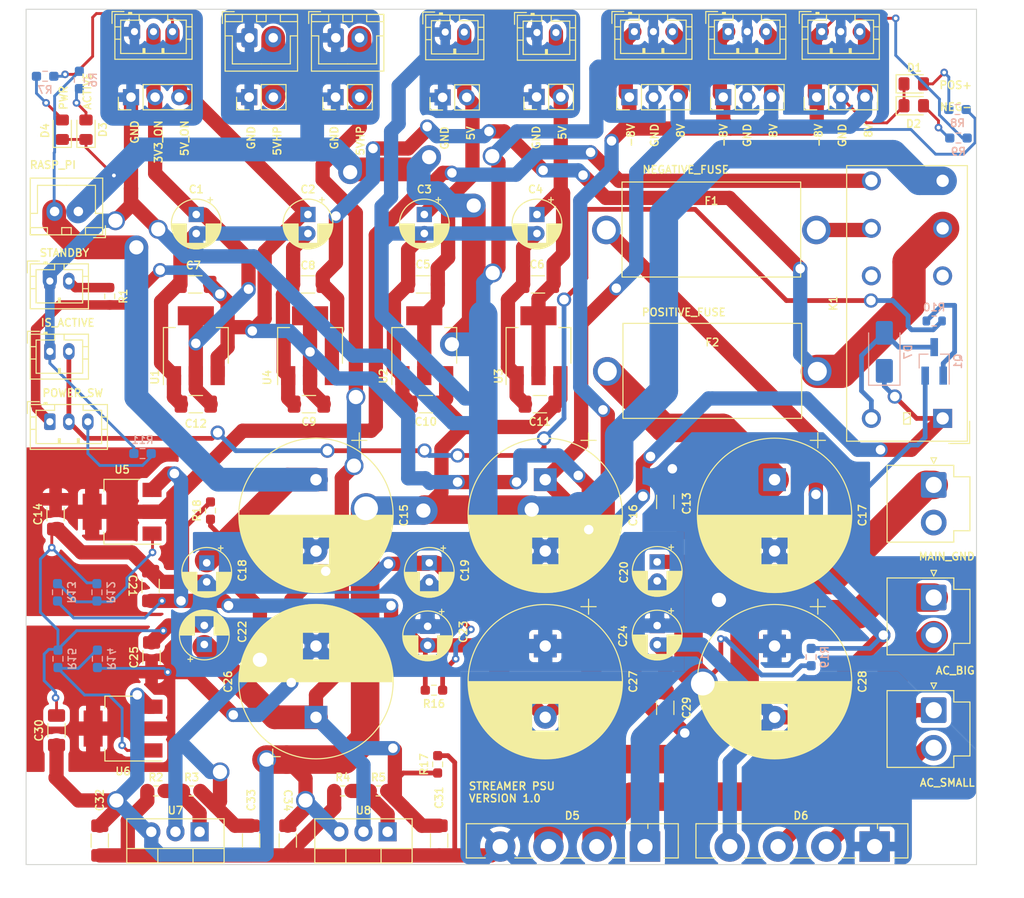
<source format=kicad_pcb>
(kicad_pcb (version 20221018) (generator pcbnew)
  (layers (0 "F.Cu" signal) (31 "B.Cu" signal) (34 "B.Paste" user) (35 "F.Paste" user) (36 "B.SilkS" user "B.Silkscreen") (37 "F.SilkS" user "F.Silkscreen") (38 "B.Mask" user) (39 "F.Mask" user) (44 "Edge.Cuts" user))
  (net 0 "")
  (net 1 "AC1_POS")
  (net 2 "AC1_NEG")
  (net 3 "AC2_POS")
  (net 4 "AC2_NEG")
  (net 5 "AGND")
  (net 6 "5V_STATIC")
  (net 7 "Net-(D3-A)")
  (net 10 "Net-(Q1-B)")
  (net 11 "ACTIVATE")
  (net 12 "5V_2")
  (net 13 "5V_3")
  (net 14 "5V_PI")
  (net 15 "5V_HP")
  (net 16 "3V3_STATIC")
  (net 17 "ENTRY_POS")
  (net 18 "DC_NEG")
  (net 19 "ANALOG_POS")
  (net 20 "ENTRY_NEG")
  (net 21 "ANALOG_NEG")
  (net 22 "DC_POS")
  (net 23 "DC_POS_PRE_RELAY")
  (net 24 "DC_NEG_PRE_RELAY")
  (net 25 "Net-(D4-A)")
  (net 26 "Net-(D7-A)")
  (net 27 "Net-(D1-A)")
  (net 28 "Net-(D2-A)")
  (net 29 "Net-(J18-Pin_2)")
  (net 30 "Net-(J20-Pin_3)")
  (net 32 "Net-(U7-ADJ)")
  (net 33 "Net-(U8-ADJ)")
  (net 34 "Net-(U5-ADJ)")
  (net 35 "Net-(U6-ADJ)")
  (footprint "Capacitor_THT:CP_Radial_D5.0mm_P2.00mm" (layer "F.Cu") (at 121.25 133.589775 90)
    (fp_text reference "C22")
    (fp_text value "100uf")
  )
  (footprint "Capacitor_THT:CP_Radial_D5.0mm_P2.00mm" (layer "F.Cu") (at 144.919887 125 -90)
    (fp_text reference "C19")
    (fp_text value "100uf")
  )
  (footprint "Components:Aliexpress Fuse 5x20" (layer "F.Cu") (at 174.7 102.3)
    (fp_text reference "F2")
    (fp_text value "Fuse")
  )
  (footprint "Resistor_SMD:R_0603_1608Metric_Pad0.98x0.95mm_HandSolder" (layer "F.Cu") (at 145.8 146.2 90)
    (fp_text reference "R17")
    (fp_text value "6.7K")
  )
  (footprint "Package_TO_SOT_SMD:SOT-223-3_TabPin2" (layer "F.Cu") (at 132.374362 102.15 90)
    (fp_text reference "U4")
    (fp_text value "AMS1117-5.0")
  )
  (footprint "Connector_JST:JST_VH_B2P-VH_1x02_P3.96mm_Vertical" (layer "F.Cu") (at 198 116.8 -90)
    (fp_text reference "J21" hide)
    (fp_text value "Conn_01x02_Pin")
  )
  (footprint "Capacitor_THT:CP_Radial_D16.0mm_P7.50mm" (layer "F.Cu") (at 157.125 116.25 -90)
    (fp_text reference "C16")
    (fp_text value "4700u")
  )
  (footprint "MountingHole:MountingHole_3.2mm_M3" (layer "F.Cu") (at 105 69.25)
    (fp_text reference "H1" hide)
    (fp_text value "MountingHole")
  )
  (footprint "Resistor_SMD:R_0603_1608Metric_Pad0.98x0.95mm_HandSolder" (layer "F.Cu") (at 116.1625 149)
    (fp_text reference "R2")
    (fp_text value "360R")
  )
  (footprint "Capacitor_THT:CP_Radial_D5.0mm_P2.00mm" (layer "F.Cu") (at 120.4 88.344888 -90)
    (fp_text reference "C1")
    (fp_text value "100uf")
  )
  (footprint "Package_TO_SOT_SMD:SOT-223-3_TabPin2" (layer "F.Cu") (at 120.355772 102.15 90)
    (fp_text reference "U1")
    (fp_text value "AMS1117-3.3")
  )
  (footprint "Capacitor_THT:CP_Radial_D5.0mm_P2.00mm" (layer "F.Cu") (at 144.75 131.67955 -90)
    (fp_text reference "C23")
    (fp_text value "100uf")
  )
  (footprint "Capacitor_SMD:C_1206_3216Metric_Pad1.33x1.80mm_HandSolder" (layer "F.Cu") (at 105.6 119.875 90)
    (fp_text reference "C14")
    (fp_text value "10u")
  )
  (footprint "LED_SMD:LED_0805_2012Metric_Pad1.15x1.40mm_HandSolder" (layer "F.Cu") (at 108.8 79.425 90)
    (fp_text reference "D3")
    (fp_text value "BLUE")
  )
  (footprint "Capacitor_SMD:C_1206_3216Metric_Pad1.33x1.80mm_HandSolder" (layer "F.Cu") (at 169.75 140.25 90)
    (fp_text reference "C29")
    (fp_text value "10u")
  )
  (footprint "Capacitor_SMD:C_1206_3216Metric_Pad1.33x1.80mm_HandSolder" (layer "F.Cu") (at 126.172856 154.22 -90)
    (fp_text reference "C33")
    (fp_text value "10u")
  )
  (footprint "Package_TO_SOT_SMD:SOT-223-3_TabPin2" (layer "F.Cu") (at 112.6 119.625 180)
    (fp_text reference "U5")
    (fp_text value "LM337_SOT223")
  )
  (footprint "Capacitor_THT:CP_Radial_D16.0mm_P7.50mm" (layer "F.Cu") (at 133 141.25 90)
    (fp_text reference "C26")
    (fp_text value "4700u")
  )
  (footprint "Package_TO_SOT_SMD:SOT-223-3_TabPin2" (layer "F.Cu") (at 156.411544 102.15 90)
    (fp_text reference "U3")
    (fp_text value "LDL1117")
  )
  (footprint "Connector_JST:JST_PH_B3B-PH-K_1x03_P2.00mm_Vertical" (layer "F.Cu") (at 113.9 69.1)
    (fp_text reference "J1" hide)
    (fp_text value "Conn_01x03_Pin")
  )
  (footprint "Capacitor_THT:CP_Radial_D5.0mm_P2.00mm" (layer "F.Cu") (at 168.9 124.9 -90)
    (fp_text reference "C20")
    (fp_text value "100uf")
  )
  (footprint "Capacitor_SMD:C_1206_3216Metric_Pad1.33x1.80mm_HandSolder" (layer "F.Cu") (at 132.155772 95.7 180)
    (fp_text reference "C8")
    (fp_text value "10u")
  )
  (footprint "Diode_THT:Diode_Bridge_Vishay_GBU" (layer "F.Cu") (at 167.618568 154.85 180)
    (fp_text reference "D5")
    (fp_text value "GBU4A")
  )
  (footprint "Package_TO_SOT_SMD:SOT-223-3_TabPin2" (layer "F.Cu") (at 144.392952 102.15 90)
    (fp_text reference "U2")
    (fp_text value "LDL1117")
  )
  (footprint "Resistor_SMD:R_0603_1608Metric_Pad0.98x0.95mm_HandSolder" (layer "F.Cu") (at 139.575 149)
    (fp_text reference "R5")
    (fp_text value "120R")
  )
  (footprint "MountingHole:MountingHole_3.2mm_M3" (layer "F.Cu") (at 105 154.25)
    (fp_text reference "H3" hide)
    (fp_text value "MountingHole")
  )
  (footprint "MountingHole:MountingHole_3.2mm_M3" (layer "F.Cu") (at 200 154.25)
    (fp_text reference "H4" hide)
    (fp_text value "MountingHole")
  )
  (footprint "Connector_PinHeader_2.54mm:PinHeader_1x03_P2.54mm_Vertical" (layer "F.Cu") (at 175.85 76 90)
    (fp_text reference "J14" hide)
    (fp_text value "Conn_01x03_Pin")
  )
  (footprint "Connector_JST:JST_XH_B2B-XH-A_1x02_P2.50mm_Vertical" (layer "F.Cu") (at 126 69.75)
    (fp_text reference "J2" hide)
    (fp_text value "Conn_01x02_Pin")
  )
  (footprint "Capacitor_SMD:C_1206_3216Metric_Pad1.33x1.80mm_HandSolder" (layer "F.Cu") (at 169.75 118.589775 90)
    (fp_text reference "C13")
    (fp_text value "10u")
  )
  (footprint "Package_TO_SOT_SMD:SOT-223-3_TabPin2" (layer "F.Cu") (at 112.7 142.4375 180)
    (fp_text reference "U6")
    (fp_text value "LM317_SOT-223")
  )
  (footprint "Connector_JST:JST_XH_B2B-XH-A_1x02_P2.50mm_Vertical" (layer "F.Cu") (at 107.995238 88.025 180)
    (fp_text reference "J17" hide)
    (fp_text value "Conn_01x02_Pin")
  )
  (footprint "Capacitor_THT:CP_Radial_D5.0mm_P2.00mm" (layer "F.Cu") (at 156.254162 88.344888 -90)
    (fp_text reference "C4")
    (fp_text value "100uf")
  )
  (footprint "Components:Aliexpress Fuse 5x20" (layer "F.Cu") (at 174.6 87.425)
    (fp_text reference "F1")
    (fp_text value "Fuse")
  )
  (footprint "Connector_JST:JST_PH_B2B-PH-K_1x02_P2.00mm_Vertical" (layer "F.Cu") (at 104.995238 95.35)
    (fp_text reference "J18" hide)
    (fp_text value "Conn_01x02_Pin")
  )
  (footprint "Connector_PinHeader_2.54mm:PinHeader_1x02_P2.54mm_Vertical" (layer "F.Cu") (at 156.215 75.975 90)
    (fp_text reference "J12" hide)
    (fp_text value "Conn_01x02_Pin")
  )
  (footprint "Capacitor_SMD:C_1206_3216Metric_Pad1.33x1.80mm_HandSolder" (layer "F.Cu") (at 156.355772 95.7 180)
    (fp_text reference "C6")
    (fp_text value "10u")
  )
  (footprint "Capacitor_SMD:C_1206_3216Metric_Pad1.33x1.80mm_HandSolder" (layer "F.Cu") (at 120.355772 108.3 180)
    (fp_text reference "C12")
    (fp_text value "10u")
  )
  (footprint "MountingHole:MountingHole_3.2mm_M3" (layer "F.Cu") (at 200 69.25)
    (fp_text reference "H2" hide)
    (fp_text value "MountingHole")
  )
  (footprint "Capacitor_SMD:C_1206_3216Metric_Pad1.33x1.80mm_HandSolder" (layer "F.Cu") (at 110.25 154.22 -90)
    (fp_text reference "C32")
    (fp_text value "10u")
  )
  (footprint "LED_SMD:LED_0805_2012Metric_Pad1.15x1.40mm_HandSolder" (layer "F.Cu") (at 106.3 79.425 90)
    (fp_text reference "D4")
    (fp_text value "WHITE")
  )
  (footprint "Capacitor_THT:CP_Radial_D16.0mm_P7.50mm" (layer "F.Cu") (at 181.25 116.25 -90)
    (fp_text reference "C17")
    (fp_text value "4700u")
  )
  (footprint "Capacitor_SMD:C_1206_3216Metric_Pad1.33x1.80mm_HandSolder" (layer "F.Cu") (at 144.255772 95.7 180)
    (fp_text reference "C5")
    (fp_text value "10u")
  )
  (footprint "Capacitor_SMD:C_1206_3216Metric_Pad1.33x1.80mm_HandSolder" (layer "F.Cu") (at 115.7 134.9375 90)
    (fp_text reference "C25")
    (fp_text value "10u")
  )
  (footprint "Resistor_SMD:R_0603_1608Metric_Pad0.98x0.95mm_HandSolder" (layer "F.Cu") (at 145.4125 138.4 180)
    (fp_text reference "R16")
    (fp_text value "3.5K")
  )
  (footprint "Connector_JST:JST_PH_B2B-PH-K_1x02_P2.00mm_Vertical" (layer "F.Cu") (at 146.6 69.15)
    (fp_text reference "J7" hide)
    (fp_text value "Conn_01x02_Pin")
  )
  (footprint "Capacitor_SMD:C_1206_3216Metric_Pad1.33x1.80mm_HandSolder" (layer "F.Cu") (at 115.6 127.4375 -90)
    (fp_text reference "C21")
    (fp_text value "10u")
  )
  (footprint "Connector_PinHeader_2.54mm:PinHeader_1x03_P2.54mm_Vertical" (layer "F.Cu") (at 185.69 76 90)
    (fp_text reference "J15" hide)
    (fp_text value "Conn_01x03_Pin")
  )
  (footprint "Capacitor_THT:CP_Radial_D5.0mm_P2.00mm" (layer "F.Cu") (at 144.4 88.344888 -90)
    (fp_text reference "C3")
    (fp_text value "100uf")
  )
  (footprint "Resistor_SMD:R_0603_1608Metric_Pad0.98x0.95mm_HandSolder" (layer "F.Cu") (at 111.295238 96.95 -90)
    (fp_text reference "R1")
    (fp_text value "1K")
  )
  (footprint "Capacitor_SMD:C_1206_3216Metric_Pad1.33x1.80mm_HandSolder" (layer "F.Cu") (at 130.034284 154.22 -90)
    (fp_text reference "C34")
    (fp_text value "10u")
  )
  (footprint "Resistor_SMD:R_0603_1608Metric_Pad0.98x0.95mm_HandSolder" (layer "F.Cu") (at 121.9 119.5 90)
    (fp_text reference "R18")
    (fp_text value "6.7K")
  )
  (footprint "Capacitor_SMD:C_1206_3216Metric_Pad1.33x1.80mm_HandSolder" (layer "F.Cu") (at 132.255772 108.3 180)
    (fp_text reference "C9")
    (fp_text value "10u")
  )
  (footprint "Package_TO_SOT_THT:TO-220-3_Vertical" (layer "F.Cu") (at 120.751428 153.3 180)
    (fp_text reference "U7")
    (fp_text value "LM1084")
  )
  (footprint "Capacitor_THT:CP_Radial_D5.0mm_P2.00mm" (layer "F.Cu") (at 168.9 131.6 -90)
    (fp_text reference "C24")
    (fp_text value "100uf")
  )
  (footprint "Capacitor_SMD:C_1206_3216Metric_Pad1.33x1.80mm_HandSolder" (layer "F.Cu") (at 145.95714 154.22 -90)
    (fp_text reference "C31")
    (fp_text value "10u")
  )
  (footprint "Relay_THT:Relay_DPDT_Omron_G2RL-2" (layer "F.Cu") (at 198.9375 109.8 180)
    (fp_text reference "K1")
    (fp_text value "Relay_DPDT")
  )
  (footprint "Connector_JST:JST_PH_B2B-PH-K_1x02_P2.00mm_Vertical" (layer "F.Cu") (at 156.25 69.2)
    (fp_text reference "J8" hide)
    (fp_text value "Conn_01x02_Pin")
  )
  (footprint "Capacitor_THT:CP_Radial_D16.0mm_P7.50mm" (layer "F.Cu") (at 133 116.25 -90)
    (fp_text reference "C15")
    (fp_text value "4700u")
  )
  (footprint "Capacitor_THT:CP_Radial_D5.0mm_P2.00mm" (layer "F.Cu") (at 121.5 125 -90)
    (fp_text reference "C18")
    (fp_text value "100uf")
  )
  (footprint "Connector_JST:JST_VH_B2P-VH_1x02_P3.96mm_Vertical" (layer "F.Cu") (at 198 140.5 -90)
    (fp_text reference "J23" hide)
    (fp_text value "Conn_01x02_Pin")
  )
  (footprint "Capacitor_THT:CP_Radial_D16.0mm_P7.50mm" (layer "F.Cu") (at 181.25 133.75 -90)
    (fp_text reference "C28")
    (fp_text value "4700u")
  )
  (footprint "Diode_THT:Diode_Bridge_Vishay_GBU" (layer "F.Cu") (at 191.78 154.85 180)
    (fp_text reference "D6")
    (fp_text value "GBU4A")
  )
  (footprint "Connector_JST:JST_PH_B3B-PH-K_1x03_P2.00mm_Vertical" (layer "F.Cu") (at 186.215 69.1)
    (fp_text reference "J6" hide)
    (fp_text value "Conn_01x03_Pin")
  )
  (footprint "Capacitor_THT:CP_Radial_D16.0mm_P7.50mm" (layer "F.Cu") (at 157.125 133.75 -90)
    (fp_text reference "C27")
    (fp_text value "4700u")
  )
  (footprint "LED_SMD:LED_0805_2012Metric_Pad1.15x1.40mm_HandSolder" (layer "F.Cu") (at 195.9 74.6)
    (fp_text reference "D1")
    (fp_text value "YELLOW")
  )
  (footprint "Connector_JST:JST_PH_B2B-PH-K_1x02_P2.00mm_Vertical" (layer "F.Cu") (at 105 102.75)
    (fp_text reference "J19" hide)
    (fp_text value "Conn_01x02_Pin")
  )
  (footprint "Capacitor_SMD:C_1206_3216Metric_Pad1.33x1.80mm_HandSolder" (layer "F.Cu") (at 156.555772 108.3 180)
    (fp_text reference "C11")
    (fp_text value "10u")
  )
  (footprint "Capacitor_SMD:C_1206_3216Metric_Pad1.33x1.80mm_HandSolder" (layer "F.Cu") (at 105.7 142.625 90)
    (fp_text reference "C30")
    (fp_text value "10u")
  )
  (footprint "Resistor_SMD:R_0603_1608Metric_Pad0.98x0.95mm_HandSolder" (layer "F.Cu") (at 119.9125 149)
    (fp_text reference "R3")
    (fp_text value "120R")
  )
  (footprint "Connector_PinHeader_2.54mm:PinHeader_1x02_P2.54mm_Vertical" (layer "F.Cu") (at 146.325 76.025 90)
    (fp_text reference "J16" hide)
    (fp_text value "Conn_01x02_Pin")
  )
  (footprint "Connector_JST:JST_XH_B2B-XH-A_1x02_P2.50mm_Vertical" (layer "F.Cu") (at 135.083333 69.75)
    (fp_text reference "J3" hide)
    (fp_text value "Conn_01x02_Pin")
  )
  (footprint "Connector_PinHeader_2.54mm:PinHeader_1x02_P2.54mm_Vertical" (layer "F.Cu") (at 135.058333 76 90)
    (fp_text reference "J11" hide)
    (fp_text value "Conn_01x02_Pin")
  )
  (footprint "Connector_JST:JST_PH_B3B-PH-K_1x03_P2.00mm_Vertical" (layer "F.Cu") (at 104.995238 110.15)
    (fp_text reference "J20" hide)
    (fp_text value "Conn_01x03_Pin")
  )
  (footprint "Capacitor_SMD:C_1206_3216Metric_Pad1.33x1.80mm_HandSolder" (layer "F.Cu") (at 144.555772 108.3 180)
    (fp_text reference "C10")
    (fp_text value "10u")
  )
  (footprint "Capacitor_THT:CP_Radial_D5.0mm_P2.00mm" (layer "F.Cu") (at 132.155772 88.344888 -90)
    (fp_text reference "C2")
    (fp_text value "100uf")
  )
  (footprint "Connector_PinHeader_2.54mm:PinHeader_1x02_P2.54mm_Vertical" (layer "F.Cu") (at 125.975 76 90)
    (fp_text reference "J10" hide)
    (fp_text value "Conn_01x02_Pin")
  )
  (footprint "Resistor_SMD:R_0603_1608Metric_Pad0.98x0.95mm_HandSolder" (layer "F.Cu") (at 135.825 149)
    (fp_text reference "R4")
    (fp_text value "360R")
  )
  (footprint "Capacitor_SMD:C_1206_3216Metric_Pad1.33x1.80mm_HandSolder" (layer "F.Cu") (at 120.3 95.7 180)
    (fp_text reference "C7")
    (fp_text value "10u")
  )
  (footprint "Connector_JST:JST_VH_B2P-VH_1x02_P3.96mm_Vertical" (layer "F.Cu") (at 198 128.65 -90)
    (fp_text reference "J22" hide)
    (fp_text value "Conn_01x02_Pin")
  )
  (footprint "Connector_JST:JST_PH_B3B-PH-K_1x03_P2.00mm_Vertical" (layer "F.Cu") (at 166.5 69.1)
    (fp_text reference "J4" hide)
    (fp_text value "Conn_01x03_Pin")
  )
  (footprint "Connector_JST:JST_PH_B3B-PH-K_1x03_P2.00mm_Vertical" (layer "F.Cu") (at 176.375 69.1)
    (fp_text reference "J5" hide)
    (fp_text value "Conn_01x03_Pin")
  )
  (footprint "Connector_PinHeader_2.54mm:PinHeader_1x03_P2.54mm_Vertical" (layer "F.Cu") (at 113.535 76 90)
    (fp_text reference "J9" hide)
    (fp_text value "Conn_01x03_Pin")
  )
  (footprint "Connector_PinHeader_2.54mm:PinHeader_1x03_P2.54mm_Vertical" (layer "F.Cu") (at 165.975 76 90)
    (fp_text reference "J13" hide)
    (fp_text value "Conn_01x03_Pin")
  )
  (footprint "Package_TO_SOT_THT:TO-220-3_Vertical" (layer "F.Cu") (at 140.535712 153.3 180)
    (fp_text reference "U8")
    (fp_text value "LM1084")
  )
  (footprint "LED_SMD:LED_0805_2012Metric_Pad1.15x1.40mm_HandSolder" (layer "F.Cu") (at 195.9 76.9)
    (fp_text reference "D2")
    (fp_text value "BLUE")
  )
  (footprint "Resistor_SMD:R_0603_1608Metric_Pad0.98x0.95mm_HandSolder" (layer "B.Cu") (at 200.5 77.3)
    (fp_text reference "R8")
    (fp_text value "1K")
  )
  (footprint "Resistor_SMD:R_0603_1608Metric_Pad0.98x0.95mm_HandSolder" (layer "B.Cu") (at 109.95 128.1 90)
    (fp_text reference "R12")
    (fp_text value "750R")
  )
  (footprint "Resistor_SMD:R_0603_1608Metric_Pad0.98x0.95mm_HandSolder" (layer "B.Cu") (at 110 135.1 90)
    (fp_text reference "R14")
    (fp_text value "120R")
  )
  (footprint "Resistor_SMD:R_0603_1608Metric_Pad0.98x0.95mm_HandSolder" (layer "B.Cu") (at 105.8 128.1 90)
    (fp_text reference "R13")
    (fp_text value "120R")
  )
  (footprint "Resistor_SMD:R_0603_1608Metric_Pad0.98x0.95mm_HandSolder" (layer "B.Cu") (at 200.6 80.3)
    (fp_text reference "R9")
    (fp_text value "670R")
  )
  (footprint "Resistor_SMD:R_0603_1608Metric" (layer "B.Cu") (at 198.05 99.55 180)
    (fp_text reference "R10")
    (fp_text value "1K")
  )
  (footprint "Package_TO_SOT_SMD:SOT-23_Handsoldering" (layer "B.Cu") (at 198.05 103.8 90)
    (fp_text reference "Q1")
    (fp_text value "2SC1945")
  )
  (footprint "Resistor_SMD:R_0603_1608Metric_Pad0.98x0.95mm_HandSolder" (layer "B.Cu") (at 105.85 135.1 90)
    (fp_text reference "R15")
    (fp_text value "750R")
  )
  (footprint "Resistor_SMD:R_0603_1608Metric_Pad0.98x0.95mm_HandSolder" (layer "B.Cu") (at 114.75 113.5 180)
    (fp_text reference "R11")
    (fp_text value "1K")
  )
  (footprint "Resistor_SMD:R_0603_1608Metric_Pad0.98x0.95mm_HandSolder" (layer "B.Cu") (at 108.1 74.1875 90)
    (fp_text reference "R6")
    (fp_text value "670R")
  )
  (footprint "Diode_SMD:D_SMA" (layer "B.Cu") (at 192.8 102.8 90)
    (fp_text reference "D7")
    (fp_text value "1N4001")
  )
  (footprint "Resistor_SMD:R_0603_1608Metric_Pad0.98x0.95mm_HandSolder" (layer "B.Cu") (at 104.5 73.8)
    (fp_text reference "R7")
    (fp_text value "1K")
  )
  (footprint "Resistor_SMD:R_0603_1608Metric_Pad0.98x0.95mm_HandSolder" (layer "B.Cu") (at 185.1 134.9125 90)
    (fp_text reference "R19")
    (fp_text value "5.5K")
  )
  (gr_line (start 102.5 66.75) (end 102.5 156.75) (stroke (width 0.1)) (layer "Edge.Cuts"))
  (gr_line (start 202.5 156.75) (end 102.5 156.75) (stroke (width 0.1)) (layer "Edge.Cuts"))
  (gr_line (start 202.5 156.75) (end 202.5 66.75) (stroke (width 0.1)) (layer "Edge.Cuts"))
  (gr_line (start 202.5 66.75) (end 112.5 66.75) (stroke (width 0.1)) (layer "Edge.Cuts"))
  (gr_line (start 112.5 66.75) (end 102.5 66.75) (stroke (width 0.1)) (layer "Edge.Cuts"))
  (gr_text "5V" (at 159.4 78.925 90) (layer "F.SilkS") (effects (font (size 0.8 0.8)) (justify right bottom)))
  (gr_text "8V\n" (at 181.6 78.7 90) (layer "F.SilkS") (effects (font (size 0.8 0.8)) (justify right bottom)))
  (gr_text "8V\n" (at 191.6 78.7 90) (layer "F.SilkS") (effects (font (size 0.8 0.8)) (justify right bottom)))
  (gr_text "AC_SMALL\n" (at 202.4 148.6) (layer "F.SilkS") (effects (font (size 0.8 0.8)) (justify right bottom)))
  (gr_text "GND" (at 126.65 78.95 90) (layer "F.SilkS") (effects (font (size 0.8 0.8)) (justify right bottom)))
  (gr_text "STREAMER PSU\nVERSION 1.0" (at 149 150.25) (layer "F.SilkS") (effects (font (size 0.8 0.8)) (justify left bottom)))
  (gr_text "POSITIVE_FUSE" (at 176.2 99.1) (layer "F.SilkS") (effects (font (size 0.8 0.8)) (justify right bottom)))
  (gr_text "3V3_ON\n" (at 116.9 78.35 90) (layer "F.SilkS") (effects (font (size 0.8 0.8)) (justify right bottom)))
  (gr_text "-8V\n" (at 186.35 78.7 90) (layer "F.SilkS") (effects (font (size 0.8 0.8)) (justify right bottom)))
  (gr_text "8V\n" (at 171.85 78.7 90) (layer "F.SilkS") (effects (font (size 0.8 0.8)) (justify right bottom)))
  (gr_text "POS+\n" (at 202.1 75.2) (layer "F.SilkS") (effects (font (size 0.8 0.8)) (justify right bottom)))
  (gr_text "STANDBY\n" (at 109.219048 92.85) (layer "F.SilkS") (effects (font (size 0.8 0.8)) (justify right bottom)))
  (gr_text "5V" (at 149.76 78.975 90) (layer "F.SilkS") (effects (font (size 0.8 0.8)) (justify right bottom)))
  (gr_text "NEGATIVE_FUSE" (at 176.533334 84.1) (layer "F.SilkS") (effects (font (size 0.8 0.8)) (justify right bottom)))
  (gr_text "5V_ON\n" (at 119.65 78.35 90) (layer "F.SilkS") (effects (font (size 0.8 0.8)) (justify right bottom)))
  (gr_text "GND" (at 147.01 78.975 90) (layer "F.SilkS") (effects (font (size 0.8 0.8)) (justify right bottom)))
  (gr_text "5VHP" (at 138.15 78.95 90) (layer "F.SilkS") (effects (font (size 0.8 0.8)) (justify right bottom)))
  (gr_text "NEG-" (at 202.1 77.5) (layer "F.SilkS") (effects (font (size 0.8 0.8)) (justify right bottom)))
  (gr_text "GND" (at 135.4 78.95 90) (layer "F.SilkS") (effects (font (size 0.8 0.8)) (justify right bottom)))
  (gr_text "IS_ACTIVE" (at 109.790476 100.2) (layer "F.SilkS") (effects (font (size 0.8 0.8)) (justify right bottom)))
  (gr_text "-8V\n" (at 166.6 78.7 90) (layer "F.SilkS") (effects (font (size 0.8 0.8)) (justify right bottom)))
  (gr_text "-8V\n" (at 176.35 78.7 90) (layer "F.SilkS") (effects (font (size 0.8 0.8)) (justify right bottom)))
  (gr_text "ACTIVE" (at 109.4 77.4 90) (layer "F.SilkS") (effects (font (size 0.8 0.8)) (justify left bottom)))
  (gr_text "RASP_PI\n" (at 102.8 83.6) (layer "F.SilkS") (effects (font (size 0.8 0.8)) (justify left bottom)))
  (gr_text "AC_BIG" (at 202.4 136.8) (layer "F.SilkS") (effects (font (size 0.8 0.8)) (justify right bottom)))
  (gr_text "GND" (at 188.85 78.7 90) (layer "F.SilkS") (effects (font (size 0.8 0.8)) (justify right bottom)))
  (gr_text "POWER_SW" (at 110.695238 107.6) (layer "F.SilkS") (effects (font (size 0.8 0.8)) (justify right bottom)))
  (gr_text "GND\n" (at 114.4 78.35 90) (layer "F.SilkS") (effects (font (size 0.8 0.8)) (justify right bottom)))
  (gr_text "MAIN_GND\n" (at 202.4 124.8) (layer "F.SilkS") (effects (font (size 0.8 0.8)) (justify right bottom)))
  (gr_text "GND" (at 169.1 78.7 90) (layer "F.SilkS") (effects (font (size 0.8 0.8)) (justify right bottom)))
  (gr_text "PWR" (at 106.9 77.425 90) (layer "F.SilkS") (effects (font (size 0.8 0.8)) (justify left bottom)))
  (gr_text "GND" (at 156.65 78.925 90) (layer "F.SilkS") (effects (font (size 0.8 0.8)) (justify right bottom)))
  (gr_text "5VHP\n" (at 129.4 78.95 90) (layer "F.SilkS") (effects (font (size 0.8 0.8)) (justify right bottom)))
  (gr_text "GND" (at 178.85 78.7 90) (layer "F.SilkS") (effects (font (size 0.8 0.8)) (justify right bottom)))
  (segment (start 198 128.65) (end 191.885176 128.65) (width 3) (layer "F.Cu") (net 1))
  (segment (start 162.15 145.65) (end 157.458568 150.341432) (width 3) (layer "F.Cu") (net 1))
  (segment (start 191.885176 128.65) (end 190.135176 130.4) (width 3) (layer "F.Cu") (net 1))
  (segment (start 190.135176 130.4) (end 179.025484 130.4) (width 3) (layer "F.Cu") (net 1))
  (segment (start 178.1 140.364824) (end 172.814824 145.65) (width 3) (layer "F.Cu") (net 1))
  (segment (start 179.025484 130.4) (end 178.1 131.325484) (width 3) (layer "F.Cu") (net 1))
  (segment (start 178.1 131.325484) (end 178.1 140.364824) (width 3) (layer "F.Cu") (net 1))
  (segment (start 172.814824 145.65) (end 162.15 145.65) (width 3) (layer "F.Cu") (net 1))
  (segment (start 157.458568 150.341432) (end 157.458568 154.85) (width 3) (layer "F.Cu") (net 1))
  (segment (start 181.01 149.6) (end 166.188568 149.6) (width 3) (layer "F.Cu") (net 2))
  (segment (start 162.538568 153.25) (end 162.538568 154.85) (width 3) (layer "F.Cu") (net 2))
  (segment (start 166.188568 149.6) (end 162.538568 153.25) (width 3) (layer "F.Cu") (net 2))
  (segment (start 198 132.61) (end 181.01 149.6) (width 3) (layer "F.Cu") (net 2))
  (segment (start 198 140.5) (end 195.97 140.5) (width 1.5) (layer "F.Cu") (net 3))
  (segment (start 195.97 140.5) (end 181.62 154.85) (width 1.5) (layer "F.Cu") (net 3))
  (segment (start 197.09 144.46) (end 186.7 154.85) (width 1.5) (layer "F.Cu") (net 4))
  (segment (start 198 144.46) (end 197.09 144.46) (width 1.5) (layer "F.Cu") (net 4))
  (segment (start 136.888729 83.6) (end 143.61127 83.6) (width 2.5) (layer "F.Cu") (net 5))
  (segment (start 187.2 126.8) (end 197.2 116.8) (width 3) (layer "F.Cu") (net 5))
  (segment (start 141.2 104.407048) (end 142.092952 105.3) (width 1.5) (layer "F.Cu") (net 5))
  (segment (start 190.93 78.7) (end 193.075 78.7) (width 0.3) (layer "F.Cu") (net 5))
  (segment (start 105.8375 121.4375) (end 105.6 121.4375) (width 1.5) (layer "F.Cu") (net 5))
  (segment (start 119.4 121.0875) (end 119.4 127) (width 0.5) (layer "F.Cu") (net 5))
  (segment (start 147.6 155.5825) (end 147.8 155.7825) (width 0.5) (layer "F.Cu") (net 5))
  (segment (start 118.7375 92.007388) (end 120.4 90.344888) (width 1.5) (layer "F.Cu") (net 5))
  (segment (start 105.7 139.3) (end 105.6 139.2) (width 0.3) (layer "F.Cu") (net 5))
  (segment (start 169.75 141.8125) (end 170.712496 141.8125) (width 1.5) (layer "F.Cu") (net 5))
  (segment (start 142.693272 95.7) (end 142.693272 92.051616) (width 1.5) (layer "F.Cu") (net 5))
  (segment (start 115.25 149) (end 115.25 150.061663) (width 1.5) (layer "F.Cu") (net 5))
  (segment (start 121.9 118.5875) (end 119.4 121.0875) (width 0.5) (layer "F.Cu") (net 5))
  (segment (start 142.693272 92.051616) (end 144.4 90.344888) (width 1.5) (layer "F.Cu") (net 5))
  (segment (start 154.793272 95.7) (end 154.793272 91.805778) (width 1.5) (layer "F.Cu") (net 5))
  (segment (start 118.7375 95.7) (end 118.7375 92.007388) (width 1.5) (layer "F.Cu") (net 5))
  (segment (start 166.5 138.5625) (end 166.5 129.3) (width 1.5) (layer "F.Cu") (net 5))
  (segment (start 113.535 87.365) (end 111.9 89) (width 1.5) (layer "F.Cu") (net 5))
  (segment (start 151.446068 155.7825) (end 152.378568 154.85) (width 1.5) (layer "F.Cu") (net 5))
  (segment (start 116.9375 132.1375) (end 117.485225 131.589775) (width 1.5) (layer "F.Cu") (net 5))
  (segment (start 118.7375 95.7) (end 118.5 95.7) (width 1.5) (layer "F.Cu") (net 5))
  (segment (start 154.793272 95.7) (end 153.2 97.293272) (width 1.5) (layer "F.Cu") (net 5))
  (segment (start 154.993272 108.3) (end 154.111544 107.418272) (width 1.5) (layer "F.Cu") (net 5))
  (segment (start 129.6 104.825638) (end 130.074362 105.3) (width 1.5) (layer "F.Cu") (net 5))
  (segment (start 146.8875 145.2875) (end 147.6 146) (width 0.5) (layer "F.Cu") (net 5))
  (segment (start 108.3 123.9) (end 105.8375 121.4375) (width 1.5) (layer "F.Cu") (net 5))
  (segment (start 118.055772 107.5625) (end 118.055772 105.3) (width 1.5) (layer "F.Cu") (net 5))
  (segment (start 145.95714 155.7825) (end 147.8 155.7825) (width 1.5) (layer "F.Cu") (net 5))
  (segment (start 134.9125 149) (end 134.9125 150.7875) (width 1.5) (layer "F.Cu") (net 5))
  (segment (start 188.23 76) (end 190.93 78.7) (width 0.3) (layer "F.Cu") (net 5))
  (segment (start 130.034284 155.665716) (end 130.034284 155.7825) (width 1.5) (layer "F.Cu") (net 5))
  (segment (start 130.074362 107.68109) (end 130.074362 105.3) (width 1.5) (layer "F.Cu") (net 5))
  (segment (start 166.5 129.3) (end 168.9 126.9) (width 1.5) (layer "F.Cu") (net 5))
  (segment (start 113.535 85.6) (end 113.535 87.035) (width 1.5) (layer "F.Cu") (net 5))
  (segment (start 147.8 155.7825) (end 151.446068 155.7825) (width 1.5) (layer "F.Cu") (net 5))
  (segment (start 105.2 123.4) (end 105.2 121.8375) (width 0.3) (layer "F.Cu") (net 5))
  (segment (start 152.2 82.857718) (end 151.546141 82.203859) (width 1.5) (layer "F.Cu") (net 5))
  (segment (start 142.693272 95.7) (end 141.2 97.193272) (width 1.5) (layer "F.Cu") (net 5))
  (segment (start 113.535 87.035) (end 116.4 89.9) (width 1.5) (layer "F.Cu") (net 5))
  (segment (start 129.6 100.469142) (end 129.6 104.825638) (width 1.5) (layer "F.Cu") (net 5))
  (segment (start 142.092952 107.39968) (end 142.092952 105.3) (width 1.5) (layer "F.Cu") (net 5))
  (segment (start 145.8 145.2875) (end 146.8875 145.2875) (width 0.5) (layer "F.Cu") (net 5))
  (segment (start 108.8 81.3) (end 111.7375 84.2375) (width 0.3) (layer "F.Cu") (net 5))
  (segment (start 121.5 127) (end 119.4 127) (width 1.5) (layer "F.Cu") (net 5))
  (segment (start 143.61127 83.6) (end 144.905635 82.305635) (width 2.5) (layer "F.Cu") (net 5))
  (segment (start 110.25 155.7825) (end 113.2 155.7825) (width 1.5) (layer "F.Cu") (net 5))
  (segment (start 115.25 150.061663) (end 113.2 152.111663) (width 1.5) (layer "F.Cu") (net 5))
  (segment (start 113.535 76) (end 113.535 85.6) (width 1.5) (layer "F.Cu") (net 5))
  (segment (start 142.993272 108.3) (end 142.092952 107.39968) (width 1.5) (layer "F.Cu") (net 5))
  (segment (start 130.593272 95.7) (end 129.524362 96.76891) (width 1.5) (layer "F.Cu") (net 5))
  (segment (start 129.524362 96.76891) (end 129.524362 100.393504) (width 1.5) (layer "F.Cu") (net 5))
  (segment (start 115.6 125.875) (end 113.625 123.9) (width 1.5) (layer "F.Cu") (net 5))
  (segment (start 106.3 80.45) (end 108.8 80.45) (width 0.3) (layer "F.Cu") (net 5))
  (segment (start 113.2 155.7825) (end 126.172856 155.7825) (width 1.5) (layer "F.Cu") (net 5))
  (segment (start 130.693272 108.3) (end 130.074362 107.68109) (width 1.5) (layer "F.Cu") (net 5))
  (segment (start 193.075 78.7) (end 194.875 76.9) (width 0.3) (layer "F.Cu") (net 5))
  (segment (start 141.2 97.193272) (end 141.2 104.407048) (width 1.5) (layer "F.Cu") (net 5))
  (segment (start 154.111544 107.418272) (end 154.111544 105.3) (width 1.5) (layer "F.Cu") (net 5))
  (segment (start 134.9125 150.7875) (end 130.034284 155.665716) (width 1.5) (layer "F.Cu") (net 5))
  (segment (start 147.6 146) (end 147.6 155.5825) (width 0.5) (layer "F.Cu") (net 5))
  (segment (start 115.7 133.375) (end 116.9375 132.1375) (width 1.5) (layer "F.Cu") (net 5))
  (segment (start 113.2 152.111663) (end 113.2 155.7825) (width 1.5) (layer "F.Cu") (net 5))
  (segment (start 113.625 123.9) (end 108.3 123.9) (width 1.5) (layer "F.Cu") (net 5))
  (segment (start 129.524362 100.393504) (end 129.6 100.469142) (width 1.5) (layer "F.Cu") (net 5))
  (segment (start 130.593272 91.907388) (end 132.155772 90.344888) (width 1.5) (layer "F.Cu") (net 5))
  (segment (start 151.6 94.5) (end 152.2 93.9) (width 1.5) (layer "F.Cu") (net 5))
  (segment (start 175.4 128.9) (end 177.5 126.8) (width 3) (layer "F.Cu") (net 5))
  (segment (start 197.2 116.8) (end 198 116.8) (width 3) (layer "F.Cu") (net 5))
  (segment (start 169.75 115.85) (end 170.5 115.1) (width 1.5) (layer "F.Cu") (net 5))
  (segment (start 154.793272 91.805778) (end 156.254162 90.344888) (width 1.5) (layer "F.Cu") (net 5))
  (segment (start 126.172856 155.7825) (end 130.034284 155.7825) (width 1.5) (layer "F.Cu") (net 5))
  (segment (start 105.7 141.0625) (end 105.7 139.3) (width 0.3) (layer "F.Cu") (net 5))
  (segment (start 149.6 99.7) (end 147.3 102) (width 2.5) (layer "F.Cu") (net 5))
  (segment (start 153.2 104.388456) (end 154.111544 105.3) (width 1.5) (layer "F.Cu") (net 5))
  (segment (start 130.034284 155.7825) (end 145.95714 155.7825) (width 1.5) (layer "F.Cu") (net 5))
  (segment (start 136.59452 83.894209) (end 136.888729 83.6) (width 2.5) (layer "F.Cu") (net 5))
  (segment (start 117.485225 131.589775) (end 121.25 131.589775) (width 1.5) (layer "F.Cu") (net 5))
  (segment (start 194.875 76.9) (end 194.875 74.6) (width 0.3) (layer "F.Cu") (net 5))
  (segment (start 116.7 97.5) (end 116.7 103.944228) (width 1.5) (layer "F.Cu") (net 5))
  (segment (start 118.5 95.7) (end 116.7 97.5) (width 1.5) (layer "F.Cu") (net 5))
  (segment (start 169.75 141.8125) (end 166.5 138.5625) (width 1.5) (layer "F.Cu") (net 5))
  (segment (start 105.2 121.8375) (end 105.6 121.4375) (width 0.3) (layer "F.Cu") (net 5))
  (segment (start 119.4 127) (end 116.725 127) (width 1.5) (layer "F.Cu") (net 5))
  (segment (start 170.712496 141.8125) (end 171.8 142.900004) (width 1.5) (layer "F.Cu") (net 5))
  (segment (start 116.725 127) (end 115.6 125.875) (width 1.5) (layer "F.Cu") (net 5))
  (segment (start 153.2 97.293272) (end 153.2 104.388456) (width 1.5) (layer "F.Cu") (net 5))
  (segment (start 169.75 117.027275) (end 169.75 115.85) (width 1.5) (layer "F.Cu") (net 5))
  (segment (start 149.6 87.4) (end 149.6 99.7) (width 2.5) (layer "F.Cu") (net 5))
  (segment (start 152.2 93.9) (end 152.2 82.857718) (width 1.5) (layer "F.Cu") (net 5))
  (segment (start 118.793272 108.3) (end 118.055772 107.5625) (width 1.5) (layer "F.Cu") (net 5))
  (segment (start 130.593272 95.7) (end 130.593272 91.907388) (width 1.5) (layer "F.Cu") (net 5))
  (segment (start 116.7 103.944228) (end 118.055772 105.3) (width 1.5) (layer "F.Cu") (net 5))
  (segment (start 113.535 85.6) (end 113.535 87.365) (width 1.5) (layer "F.Cu") (net 5))
  (segment (start 108.8 80.45) (end 108.8 81.3) (width 0.3) (layer "F.Cu") (net 5))
  (segment (start 177.5 126.8) (end 187.2 126.8) (width 3) (layer "F.Cu") (net 5))
  (via (at 149.6 87.4) (size 2) (drill 1.5) (layers "F.Cu" "B.Cu") (net 5))
  (via (at 111.9 89) (size 2) (drill 1.5) (layers "F.Cu" "B.Cu") (net 5))
  (via (at 151.6 94.5) (size 2) (drill 1.5) (layers "F.Cu" "B.Cu") (net 5))
  (via (at 116.4 89.9) (size 2) (drill 1.5) (layers "F.Cu" "B.Cu") (net 5))
  (via (at 175.4 128.9) (size 2) (drill 1.5) (layers "F.Cu" "B.Cu") (net 5))
  (via (at 144.905635 82.305635) (size 2) (drill 1.5) (layers "F.Cu" "B.Cu") (net 5))
  (via (at 136.59452 83.894209) (size 2) (drill 1.5) (layers "F.Cu" "B.Cu") (net 5))
  (via (at 105.2 123.4) (size 0.8) (drill 0.4) (layers "F.Cu" "B.Cu") (net 5))
  (via (at 116.9375 132.1375) (size 0.8) (drill 0.4) (layers "F.Cu" "B.Cu") (net 5))
  (via (at 105.6 139.2) (size 0.8) (drill 0.4) (layers "F.Cu" "B.Cu") (net 5))
  (via (at 151.546141 82.203859) (size 2) (drill 1.5) (layers "F.Cu" "B.Cu") (net 5))
  (via (at 111.7375 84.2375) (size 0.8) (drill 0.4) (layers "F.Cu" "B.Cu") (net 5))
  (via (at 171.8 142.900004) (size 1.5) (drill 1) (layers "F.Cu" "B.Cu") (net 5))
  (via (at 147.3 102) (size 2) (drill 1.5) (layers "F.Cu" "B.Cu") (net 5))
  (via (at 170.5 115.1) (size 1.5) (drill 1) (layers "F.Cu" "B.Cu") (net 5))
  (segment (start 107.8125 132.1375) (end 116.9375 132.1375) (width 0.3) (layer "B.Cu") (net 5))
  (segment (start 150.6 95.5) (end 150.6 98.9) (width 1.5) (layer "B.Cu") (net 5))
  (segment (start 162.7 72.8) (end 162.5 73) (width 1.5) (layer "B.Cu") (net 5))
  (segment (start 120.4 92.25) (end 119.9 92.75) (width 1.5) (layer "B.Cu") (net 5))
  (segment (start 132.6 78) (end 131.1 76.5) (width 2.5) (layer "B.Cu") (net 5))
  (segment (start 140.9 86.5) (end 140.9 79.6) (width 1.5) (layer "B.Cu") (net 5))
  (segment (start 196.3 112.6) (end 195.5 112.6) (width 0.5) (layer "B.Cu") (net 5))
  (segment (start 105.85 132.05) (end 105.85 134.1) (width 0.3) (layer "B.Cu") (net 5))
  (segment (start 119.9 92.75) (end 126.45 92.75) (width 1.5) (layer "B.Cu") (net 5))
  (segment (start 134.9 81.5) (end 136.59452 83.19452) (width 2.5) (layer "B.Cu") (net 5))
  (segment (start 151.6 94.5) (end 150.6 95.5) (width 1.5) (layer "B.Cu") (net 5))
  (segment (start 109.95 127.1) (end 108.9 127.1) (width 0.3) (layer "B.Cu") (net 5))
  (segment (start 141.7 74.8) (end 144.9 71.6) (width 1.5) (layer "B.Cu") (net 5))
  (segment (start 140.9 79.6) (end 141.7 78.8) (width 1.5) (layer "B.Cu") (net 5))
  (segment (start 132.155772 90.344888) (end 120.4 90.344888) (width 1.5) (layer "B.Cu") (net 5))
  (segment (start 143.8 85.7) (end 143.8 83.41127) (width 2.5) (layer "B.Cu") (net 5))
  (segment (start 164 72.8) (end 162.7 72.8) (width 1.5) (layer "B.Cu") (net 5))
  (segment (start 105.6 139.2) (end 105.6 138.6) (width 0.3) (layer "B.Cu") (net 5))
  (segment (start 143.8 83.41127) (end 144.905635 82.305635) (width 2.5) (layer "B.Cu") (net 5))
  (segment (start 162.5 73) (end 162.5 79.5) (width 1.5) (layer "B.Cu") (net 5))
  (segment (start 150.4 102) (end 150.6 102.2) (width 2.5) (layer "B.Cu") (net 5))
  (segment (start 149.6 87.4) (end 147.105722 87.4) (width 2.5) (layer "B.Cu") (net 5))
  (segment (start 120.4 90.344888) (end 120.4 92.25) (width 1.5) (layer "B.Cu") (net 5))
  (segment (start 113.8375 112.8375) (end 104.995238 103.995238) (width 0.3) (layer "B.Cu") (net 5))
  (segment (start 126.45 92.75) (end 136.9 103.2) (width 1.5) (layer "B.Cu") (net 5))
  (segment (start 108.9 127.1) (end 105.2 123.4) (width 0.3) (layer "B.Cu") (net 5))
  (segment (start 104.995238 103.995238) (end 104.995238 102.75) (width 0.3) (layer "B.Cu") (net 5))
  (segment (start 104 130.2) (end 105.85 132.05) (width 0.3) (layer "B.Cu") (net 5))
  (segment (start 104.4 134.6) (end 104.9 134.1) (width 0.3) (layer "B.Cu") (net 5))
  (segment (start 104.9 134.1) (end 105.85 134.1) (width 0.3) (layer "B.Cu") (net 5))
  (segment (start 116.4 89.9) (end 119.25 92.75) (width 1.5) (layer "B.Cu") (net 5))
  (segment (start 113.8375 113.5) (end 113.8375 112.8375) (width 0.3) (layer "B.Cu") (net 5))
  (segment (start 144.4 90.344888) (end 140.755112 90.344888) (width 1.5) (layer "B.Cu") (net 5))
  (segment (start 149.500001 107.700001) (end 148.700001 107.700001) (width 1.5) (layer "B.Cu") (net 5))
  (segment (start 132.6 81.5) (end 134.9 81.5) (width 2.5) (layer "B.Cu") (net 5))
  (segment (start 110.470238 89) (end 104.995238 94.475) (width 1.5) (layer "B.Cu") (net 5))
  (segment (start 119.25 92.75) (end 119.9 92.75) (width 1.5) (layer "B.Cu") (net 5))
  (segment (start 145.80061 86.094888) (end 144.194888 86.094888) (width 2.5) (layer "B.Cu") (net 5))
  (segment (start 104.4 137.4) (end 104.4 134.6) (width 0.3) (layer "B.Cu") (net 5))
  (segment (start 162.5 79.5) (end 162.4 79.6) (width 1.5) (layer "B.Cu") (net 5))
  (segment (start 104.995238 94.475) (end 104.995238 95.35) (width 1.5) (layer "B.Cu") (net 5))
  (segment (start 114.475 81.5) (end 111.7375 84.2375) (width 2.5) (layer "B.Cu") (net 5))
  (segment (start 156.254162 90.344888) (end 144.4 90.344888) (width 1.5) (layer "B.Cu") (net 5))
  (segment (start 111.7375 84.2375) (end 107.95 88.025) (width 2.5) (layer "B.Cu") (net 5))
  (segment (start 144.194888 86.094888) (end 143.8 85.7) (width 2.5) (layer "B.Cu") (net 5))
  (segment (start 136.9 103.2) (end 140.3 103.2) (width 1.5) (layer "B.Cu") (net 5))
  (segment (start 162.4 79.6) (end 154.15 79.6) (width 1.5) (layer "B.Cu") (net 5))
  (segment (start 197.1 105.3) (end 197.1 111.8) (width 0.5) (layer "B.Cu") (net 5))
  (segment (start 140.3 103.2) (end 147.4 110.3) (width 1.5) (layer "B.Cu") (net 5))
  (segment (start 104 124.6) (end 104 130.2) (width 0.3) (layer "B.Cu") (net 5))
  (segment (start 139.9 98.9) (end 139.9 91.2) (width 1.5) (layer "B.Cu") (net 5))
  (segment (start 148.700001 107.700001) (end 139.9 98.9) (width 1.5) (layer "B.Cu") (net 5))
  (segment (start 147.105722 87.4) (end 145.80061 86.094888) (width 2.5) (layer "B.Cu") (net 5))
  (segment (start 111.9 89) (end 110.470238 89) (width 1.5) (layer "B.Cu") (net 5))
  (segment (start 132.6 81.5) (end 132.6 78) (width 2.5) (layer "B.Cu") (net 5))
  (segment (start 105.6 138.6) (end 104.4 137.4) (width 0.3) (layer "B.Cu") (net 5))
  (segment (start 150.600001 103.999999) (end 150.600001 106.6) (width 1.5) (layer "B.Cu") (net 5))
  (segment (start 150.6 103.999998) (end 150.600001 103.999999) (width 3) (layer "B.Cu") (net 5))
  (segment (start 150.6 129.2) (end 150.6 110.3) (width 3) (layer "B.Cu") (net 5))
  (segment (start 150.6 102.2) (end 150.6 103.999998) (width 3) (layer "B.Cu") (net 5))
  (segment (start 147.3 102) (end 150.4 102) (width 2.5) (layer "B.Cu") (net 5))
  (segment (start 132.6 81.5) (end 114.475 81.5) (width 2.5) (layer "B.Cu") (net 5))
  (segment (start 136.59452 83.19452) (end 136.59452 83.894209) (width 2.5) (layer "B.Cu") (net 5))
  (segment (start 104.995238 95.35) (end 104.995238 102.75) (width 1) (layer "B.Cu") (net 5))
  (segment (start 147.4 110.3) (end 150.6 110.3) (width 1.5) (layer "B.Cu") (net 5))
  (segment (start 195.5 112.6) (end 190.5 117.6) (width 0.5) (layer "B.Cu") (net 5))
  (segment (start 105.2 123.4) (end 104 124.6) (width 0.3) (layer "B.Cu") (net 5))
  (segment (start 197.1 111.8) (end 196.3 112.6) (width 0.5) (layer "B.Cu") (net 5))
  (segment (start 105.85 134.1) (end 107.8125 132.1375) (width 0.3) (layer "B.Cu") (net 5))
  (segment (start 154.15 79.6) (end 151.546141 82.203859) (width 1.5) (layer "B.Cu") (net 5))
  (segment (start 150.600001 106.6) (end 149.500001 107.700001) (width 1.5) (layer "B.Cu") (net 5))
  (segment (start 139.9 87.5) (end 140.9 86.5) (width 1.5) (layer "B.Cu") (net 5))
  (segment (start 139.9 91.2) (end 139.9 87.5) (width 1.5) (layer "B.Cu") (net 5))
  (segment (start 150.6 110.3) (end 150.600001 103.999999) (width 3) (layer "B.Cu") (net 5))
  (segment (start 141.7 78.8) (end 141.7 74.8) (width 1.5) (layer "B.Cu") (net 5))
  (segment (start 150.6 98.9) (end 150.6 102.2) (width 3) (layer "B.Cu") (net 5))
  (segment (start 140.755112 90.344888) (end 139.9 91.2) (width 1.5) (layer "B.Cu") (net 5))
  (segment (start 106.0375 97.8625) (end 103.5 100.4) (width 1) (layer "F.Cu") (net 6))
  (segment (start 147.9 116.5) (end 154.1 116.5) (width 1.5) (layer "F.Cu") (net 6))
  (segment (start 122.655772 103.344228) (end 123.7 102.3) (width 1.5) (layer "F.Cu") (net 6))
  (segment (start 103.5 108.4) (end 103.6 108.5) (width 1) (layer "F.Cu") (net 6))
  (segment (start 111.295238 97.8625) (end 106.0375 97.8625) (width 1) (layer "F.Cu") (net 6))
  (segment (start 160.6 115.8) (end 161.7 116.9) (width 1.5) (layer "F.Cu") (net 6))
  (segment (start 167.4 118) (end 167.4 114.6) (width 1.5) (layer "F.Cu") (net 6))
  (segment (start 109.9 67.2) (end 117.2 67.2) (width 0.3) (layer "F.Cu") (net 6))
  (segment (start 122.88125 96.71875) (end 121.8625 95.7) (width 1.5) (layer "F.Cu") (net 6))
  (segment (start 112.9375 97.8625) (end 116.6 94.2) (width 1) (layer "F.Cu") (net 6))
  (segment (start 193.9 107.5) (end 196.2 109.8) (width 0.5) (layer "F.Cu") (net 6))
  (segment (start 123.7 97.5375) (end 122.88125 96.71875) (width 1.5) (layer "F.Cu") (net 6))
  (segment (start 127.6 92.3) (end 127.6 99.3) (width 1.5) (layer "F.Cu") (net 6))
  (segment (start 103.6 108.754762) (end 104.995238 110.15) (width 1) (layer "F.Cu") (net 6))
  (segment (start 131.555112 88.344888) (end 127.6 92.3) (width 1.5) (layer "F.Cu") (net 6))
  (segment (start 118.7 74.4) (end 118.7 75.915) (width 1.5) (layer "F.Cu") (net 6))
  (segment (start 107.6 73.6) (end 109.5 71.7) (width 0.3) (layer "F.Cu") (net 6))
  (segment (start 117.9 73.6) (end 118.7 74.4) (width 1.5) (layer "F.Cu") (net 6))
  (segment (start 132.155772 88.344888) (end 131.555112 88.344888) (width 1.5) (layer "F.Cu") (net 6))
  (segment (start 167.4 114.6) (end 168.2 113.8) (width 1.5) (layer "F.Cu") (net 6))
  (segment (start 132.374362 106.85609) (end 132.374362 105.3) (width 1.5) (layer "F.Cu") (net 6))
  (segment (start 117.9 69.1) (end 117.9 73.6) (width 1.5) (layer "F.Cu") (net 6))
  (segment (start 122.655772 105.3) (end 122.655772 103.344228) (width 1.5) (layer "F.Cu") (net 6))
  (segment (start 118.7 75.915) (end 118.615 76) (width 1.5) (layer "F.Cu") (net 6))
  (segment (start 123.7 102.3) (end 123.7 100.2) (width 1.5) (layer "F.Cu") (net 6))
  (segment (start 195.6375 113.1) (end 198.9375 109.8) (width 1.5) (layer "F.Cu") (net 6))
  (segment (start 103.6 108.5) (end 103.6 108.754762) (width 1) (layer "F.Cu") (net 6))
  (segment (start 125.9 100.2) (end 126.3 100.6) (width 1.5) (layer "F.Cu") (net 6))
  (segment (start 192.4 113.1) (end 195.6375 113.1) (width 1.5) (layer "F.Cu") (net 6))
  (segment (start 109.5 67.6) (end 109.9 67.2) (width 0.3) (layer "F.Cu") (net 6))
  (segment (start 117.2 67.2) (end 117.9 67.9) (width 0.3) (layer "F.Cu") (net 6))
  (segment (start 127.6 99.3) (end 126.3 100.6) (width 1.5) (layer "F.Cu") (net 6))
  (segment (start 117.9 67.9) (end 117.9 69.1) (width 0.3) (layer "F.Cu") (net 6))
  (segment (start 133.818272 108.3) (end 132.374362 106.85609) (width 1.5) (layer "F.Cu") (net 6))
  (segment (start 123.7 100.2) (end 123.7 97.5375) (width 1.5) (layer "F.Cu") (net 6))
  (segment (start 132.374362 105.3) (end 132.374362 99) (width 1.5) (layer "F.Cu") (net 6))
  (segment (start 196.2 109.8) (end 198.9375 109.8) (width 0.5) (layer "F.Cu") (net 6))
  (segment (start 109.5 71.7) (end 109.5 67.6) (width 0.3) (layer "F.Cu") (net 6))
  (segment (start 123.7 100.2) (end 125.9 100.2) (width 1.5) (layer "F.Cu") (net 6))
  (segment (start 106.6 73.6) (end 107.6 73.6) (width 0.3) (layer "F.Cu") (net 6))
  (segment (start 119.810884 76) (end 132.155772 88.344888) (width 1.5) (layer "F.Cu") (net 6))
  (segment (start 111.295238 97.8625) (end 112.9375 97.8625) (width 1) (layer "F.Cu") (net 6))
  (segment (start 118.615 76) (end 119.810884 76) (width 1.5) (layer "F.Cu") (net 6))
  (segment (start 103.5 100.4) (end 103.5 108.4) (width 1) (layer "F.Cu") (net 6))
  (segment (start 161.7 116.9) (end 161.7 121.5) (width 1.5) (layer "F.Cu") (net 6))
  (via (at 167.4 118) (size 1.5) (drill 1) (layers "F.Cu" "B.Cu") (net 6))
  (via (at 161.7 121.5) (size 1.5) (drill 1) (layers "F.Cu" "B.Cu") (net 6))
  (via (at 122.88125 96.71875) (size 1.5) (drill 1) (layers "F.Cu" "B.Cu") (net 6))
  (via (at 116.6 94.2) (size 1.5) (drill 1) (layers "F.Cu" "B.Cu") (net 6))
  (via (at 126.3 100.6) (size 1.5) (drill 1) (layers "F.Cu" "B.Cu") (net 6))
  (via (at 193.9 107.5) (size 1.5) (drill 1) (layers "F.Cu" "B.Cu") (net 6))
  (via (at 132.374362 102.8) (size 1.5) (drill 1) (layers "F.Cu" "B.Cu") (net 6))
  (via (at 168.2 113.8) (size 1.5) (drill 1) (layers "F.Cu" "B.Cu") (net 6))
  (via (at 160.6 115.8) (size 1.5) (drill 1) (layers "F.Cu" "B.Cu") (net 6))
  (via (at 154.1 116.5) (size 1.5) (drill 1) (layers "F.Cu" "B.Cu") (net 6))
  (via (at 147.9 116.5) (size 1.5) (drill 1) (layers "F.Cu" "B.Cu") (net 6))
  (via (at 192.4 113.1) (size 1.5) (drill 1) (layers "F.Cu" "B.Cu") (net 6))
  (via (at 106.6 73.6) (size 0.8) (drill 0.4) (layers "F.Cu" "B.Cu") (net 6))
  (segment (start 154.1 116.5) (end 154.5 116.1) (width 1.5) (layer "B.Cu") (net 6))
  (segment (start 120.3625 94.2) (end 122.88125 96.71875) (width 1) (layer "B.Cu") (net 6))
  (segment (start 192.8 104.8) (end 192.8 106.4) (width 0.5) (layer "B.Cu") (net 6))
  (segment (start 192.8 106.4) (end 193.9 107.5) (width 0.5) (layer "B.Cu") (net 6))
  (segment (start 158.5 113.7) (end 160.6 115.8) (width 1.5) (layer "B.Cu") (net 6))
  (segment (start 145.1 116.5) (end 147.9 116.5) (width 1.5) (layer "B.Cu") (net 6))
  (segment (start 138.8 105.6) (end 142.7 109.5) (width 1.5) (layer "B.Cu") (net 6))
  (segment (start 132.374362 102.8) (end 135.174362 105.6) (width 1.5) (layer "B.Cu") (net 6))
  (segment (start 145 116.6) (end 145.1 116.5) (width 1.5) (layer "B.Cu") (net 6))
  (segment (start 174.3 107.7) (end 174.7 107.7) (width 1.5) (layer "B.Cu") (net 6))
  (segment (start 130.174362 100.6) (end 132.374362 102.8) (width 1.5) (layer "B.Cu") (net 6))
  (segment (start 144.5 116.1) (end 145 116.6) (width 1.5) (layer "B.Cu") (net 6))
  (segment (start 116.6 94.2) (end 120.3625 94.2) (width 1) (layer "B.Cu") (net 6))
  (segment (start 161.7 121.5) (end 163.9 121.5) (width 1.5) (layer "B.Cu") (net 6))
  (segment (start 184.6 107.7) (end 190 113.1) (width 1.5) (layer "B.Cu") (net 6))
  (segment (start 142.7 116.1) (end 144.5 116.1) (width 1.5) (layer "B.Cu") (net 6))
  (segment (start 154.5 113.7) (end 158.5 113.7) (width 1.5) (layer "B.Cu") (net 6))
  (segment (start 135.174362 105.6) (end 138.8 105.6) (width 1.5) (layer "B.Cu") (net 6))
  (segment (start 174.7 107.7) (end 184.6 107.7) (width 1.5) (layer "B.Cu") (net 6))
  (segment (start 154.5 116.1) (end 154.5 113.7) (width 1.5) (layer "B.Cu") (net 6))
  (segment (start 106.4 73.8) (end 106.6 73.6) (width 0.3) (layer "B.Cu") (net 6))
  (segment (start 163.9 121.5) (end 167.4 118) (width 1.5) (layer "B.Cu") (net 6))
  (segment (start 105.4125 73.8) (end 106.4 73.8) (width 0.3) (layer "B.Cu") (net 6))
  (segment (start 126.3 100.6) (end 130.174362 100.6) (width 1.5) (layer "B.Cu") (net 6))
  (segment (start 142.7 109.5) (end 142.7 116.1) (width 1.5) (layer "B.Cu") (net 6))
  (segment (start 168.2 113.8) (end 174.3 107.7) (width 1.5) (layer "B.Cu") (net 6))
  (segment (start 190 113.1) (end 192.4 113.1) (width 1.5) (layer "B.Cu") (net 6))
  (segment (start 108.8 77.6) (end 107.8 76.6) (width 0.3) (layer "F.Cu") (net 7))
  (segment (start 108.8 78.4) (end 108.8 77.6) (width 0.3) (layer "F.Cu") (net 7))
  (via (at 107.8 76.6) (size 0.8) (drill 0.4) (layers "F.Cu" "B.Cu") (net 7))
  (segment (start 107.8 76.6) (end 107.8 75.4) (width 0.3) (layer "B.Cu") (net 7))
  (segment (start 199 104) (end 200.2 102.8) (width 0.5) (layer "B.Cu") (net 10))
  (segment (start 199 105.3) (end 199 104) (width 0.5) (layer "B.Cu") (net 10))
  (segment (start 200.2 102.8) (end 200.2 97.9) (width 0.5) (layer "B.Cu") (net 10))
  (segment (start 198.875 97.9) (end 197.225 99.55) (width 0.5) (layer "B.Cu") (net 10))
  (segment (start 200.2 97.9) (end 198.875 97.9) (width 0.5) (layer "B.Cu") (net 10))
  (segment (start 161.4 95) (end 161.4 87.8) (width 0.5) (layer "F.Cu") (net 11))
  (segment (start 182.5 97.4) (end 191.4 97.4) (width 0.5) (layer "F.Cu") (net 11))
  (segment (start 172.9 87.8) (end 182.5 97.4) (width 0.5) (layer "F.Cu") (net 11))
  (segment (start 122.059715 111.9) (end 122.659715 111.3) (width 0.5) (layer "F.Cu") (net 11))
  (segment (start 157 112.9) (end 157 111.9) (width 0.5) (layer "F.Cu") (net 11))
  (segment (start 147.9 113.7) (end 156.2 113.7) (width 0.5) (layer "F.Cu") (net 11))
  (segment (start 108.745238 111.9) (end 122.059715 111.9) (width 0.5) (layer "F.Cu") (net 11))
  (segment (start 107 102.75) (end 107 110.145238) (width 0.5) (layer "F.Cu") (net 11))
  (segment (start 134.2 113.2) (end 144.396852 113.2) (width 0.5) (layer "F.Cu") (net 11))
  (segment (start 161.4 87.8) (end 172.9 87.8) (width 0.5) (layer "F.Cu") (net 11))
  (segment (start 106.995238 110.15) (end 108.745238 111.9) (width 0.5) (layer "F.Cu") (net 11))
  (segment (start 159.1 97.3) (end 161.4 95) (width 0.5) (layer "F.Cu") (net 11))
  (segment (start 144.396852 113.2) (end 144.413306 113.183546) (width 0.5) (layer "F.Cu") (net 11))
  (segment (start 156.2 113.7) (end 157 112.9) (width 0.5) (layer "F.Cu") (net 11))
  (via (at 157 111.9) (size 1.5) (drill 1) (layers "F.Cu" "B.Cu") (net 11))
  (via (at 159.1 97.3) (size 1.5) (drill 1) (layers "F.Cu" "B.Cu") (net 11))
  (via (at 134.2 113.2) (size 1.5) (drill 1) (layers "F.Cu" "B.Cu") (net 11))
  (via (at 122.659715 111.3) (size 1.5) (drill 1) (layers "F.Cu" "B.Cu") (net 11))
  (via (at 147.9 113.7) (size 1.5) (drill 1) (layers "F.Cu" "B.Cu") (net 11))
  (via (at 191.4 97.4) (size 1.5) (drill 1) (layers "F.Cu" "B.Cu") (net 11))
  (via (at 144.413306 113.183546) (size 1.5) (drill 1) (layers "F.Cu" "B.Cu") (net 11))
  (segment (start 144.9 113.7) (end 147.9 113.7) (width 0.5) (layer "B.Cu") (net 11))
  (segment (start 134.2 113.2) (end 124.559715 113.2) (width 0.5) (layer "B.Cu") (net 11))
  (segment (start 195.675 100.475) (end 197.95 100.475) (width 0.5) (layer "B.Cu") (net 11))
  (segment (start 195.3 99.019238) (end 195.3 100.1) (width 0.5) (layer "B.Cu") (net 11))
  (segment (start 124.559715 113.2) (end 122.659715 111.3) (width 0.5) (layer "B.Cu") (net 11))
  (segment (start 193.680762 97.4) (end 195.3 99.019238) (width 0.5) (layer "B.Cu") (net 11))
  (segment (start 144.413306 113.183546) (end 144.413306 113.213306) (width 0.5) (layer "B.Cu") (net 11))
  (segment (start 195.3 100.1) (end 195.675 100.475) (width 0.5) (layer "B.Cu") (net 11))
  (segment (start 159.1 109.8) (end 157 111.9) (width 0.5) (layer "B.Cu") (net 11))
  (segment (start 197.95 100.475) (end 198.875 99.55) (width 0.5) (layer "B.Cu") (net 11))
  (segment (start 191.4 97.4) (end 193.680762 97.4) (width 0.5) (layer "B.Cu") (net 11))
  (segment (start 144.413306 113.213306) (end 144.9 113.7) (width 0.5) (layer "B.Cu") (net 11))
  (segment (start 159.1 97.3) (end 159.1 109.8) (width 0.5) (layer "B.Cu") (net 11))
  (segment (start 146.9 87.7) (end 145.972444 86.772444) (width 1.5) (layer "F.Cu") (net 12))
  (segment (start 144.4 88.344888) (end 145.972444 86.772444) (width 1.5) (layer "F.Cu") (net 12))
  (segment (start 146.9 92.9) (end 146.9 87.7) (width 1.5) (layer "F.Cu") (net 12))
  (segment (start 144.392952 99) (end 144.392952 105.3) (width 1.5) (layer "F.Cu") (net 12))
  (segment (start 148.6 69.15) (end 148.6 75.76) (width 1.5) (layer "F.Cu") (net 12))
  (segment (start 145.818272 97.57468) (end 144.392952 99) (width 1.5) (layer "F.Cu") (net 12))
  (segment (start 149.463568 76.623568) (end 148.865 76.025) (width 1.5) (layer "F.Cu") (net 12))
  (segment (start 145.818272 93.981728) (end 146.9 92.9) (width 1.5) (layer "F.Cu") (net 12))
  (segment (start 148.6 75.76) (end 148.865 76.025) (width 1.5) (layer "F.Cu") (net 12))
  (segment (start 149.463568 84.207365) (end 149.463568 76.623568) (width 1.5) (layer "F.Cu") (net 12))
  (segment (start 145.818272 95.7) (end 145.818272 97.57468) (width 1.5) (layer "F.Cu") (net 12))
  (segment (start 145.972444 86.772444) (end 146.898489 86.772444) (width 1.5) (layer "F.Cu") (net 12))
  (segment (start 145.818272 95.7) (end 145.818272 93.981728) (width 1.5) (layer "F.Cu") (net 12))
  (segment (start 146.898489 86.772444) (end 149.463568 84.207365) (width 1.5) (layer "F.Cu") (net 12))
  (segment (start 157.918272 95.7) (end 158.004162 95.61411) (width 1.5) (layer "F.Cu") (net 13))
  (segment (start 159 86.08905) (end 158.755 85.84405) (width 1.5) (layer "F.Cu") (net 13))
  (segment (start 158.004162 95.61411) (end 158.004162 93.495838) (width 1.5) (layer "F.Cu") (net 13))
  (segment (start 158.755 85.84405) (end 156.254162 88.344888) (width 1.5) (layer "F.Cu") (net 13))
  (segment (start 159 92.5) (end 159 86.08905) (width 1.5) (layer "F.Cu") (net 13))
  (segment (start 156.411544 99) (end 156.411544 105.3) (width 1.5) (layer "F.Cu") (net 13))
  (segment (start 158.25 69.2) (end 158.25 75.47) (width 1.5) (layer "F.Cu") (net 13))
  (segment (start 156.411544 97.206728) (end 156.411544 99) (width 1.5) (layer "F.Cu") (net 13))
  (segment (start 157.918272 95.7) (end 156.411544 97.206728) (width 1.5) (layer "F.Cu") (net 13))
  (segment (start 158.755 75.975) (end 158.755 85.84405) (width 1.5) (layer "F.Cu") (net 13))
  (segment (start 158.004162 93.495838) (end 159 92.5) (width 1.5) (layer "F.Cu") (net 13))
  (segment (start 158.25 75.47) (end 158.755 75.975) (width 1.5) (layer "F.Cu") (net 13))
  (segment (start 123.525 126.225) (end 123.525 122.725) (width 1.5) (layer "F.Cu") (net 14))
  (segment (start 127.1 129.8) (end 123.525 126.225) (width 1.5) (layer "F.Cu") (net 14))
  (segment (start 123.525 122.725) (end 121.5 124.75) (width 2.5) (layer "F.Cu") (net 14))
  (segment (start 122.4125 150.5875) (end 120.825 149) (width 1.5) (layer "F.Cu") (net 14))
  (segment (start 122.9 150.1) (end 122.9 147) (width 1.5) (layer "F.Cu") (net 14))
  (segment (start 130 116.25) (end 123.525 122.725) (width 2.5) (layer "F.Cu") (net 14))
  (segment (start 107.970836 91.8) (end 114.1 91.8) (width 2.5) (layer "F.Cu") (net 14))
  (segment (start 133 116.25) (end 130 116.25) (width 2.5) (layer "F.Cu") (net 14))
  (segment (start 124.4825 152.6575) (end 122.4125 150.5875) (width 1.5) (layer "F.Cu") (net 14))
  (segment (start 105.45 89.279164) (end 107.970836 91.8) (width 2.5) (layer "F.Cu") (net 14))
  (segment (start 105.45 88.025) (end 105.45 89.279164) (width 2.5) (layer "F.Cu") (net 14))
  (segment (start 121.9 120.4125) (end 121.9 121.1) (width 0.5) (layer "F.Cu") (net 14))
  (segment (start 121.9 121.1) (end 123.525 122.725) (width 0.5) (layer "F.Cu") (net 14))
  (segment (start 127.1 135.2) (end 127.1 129.8) (width 1.5) (layer "F.Cu") (net 14))
  (segment (start 122.4125 150.5875) (end 122.9 150.1) (width 1.5) (layer "F.Cu") (net 14))
  (segment (start 126.172856 152.6575) (end 124.4825 152.6575) (width 1.5) (layer "F.Cu") (net 14))
  (via (at 122.9 147) (size 2) (drill 1.5) (layers "F.Cu" "B.Cu") (net 14))
  (via (at 114.1 91.8) (size 2) (drill 1.5) (layers "F.Cu" "B.Cu") (net 14))
  (via (at 127.1 135.2) (size 2) (drill 1.5) (layers "F.Cu" "B.Cu") (net 14))
  (segment (start 122.75 116.25) (end 133 116.25) (width 2.5) (layer "B.Cu") (net 14))
  (segment (start 114.1 91.8) (end 114.1 107.6) (width 2.5) (layer "B.Cu") (net 14))
  (segment (start 118.211428 153.3) (end 118.211428 144.088572) (width 1.5) (layer "B.Cu") (net 14))
  (segment (start 121.9 147) (end 118.6 143.7) (width 1.5) (layer "B.Cu") (net 14))
  (segment (start 118.211428 144.088572) (end 118.6 143.7) (width 1.5) (layer "B.Cu") (net 14))
  (segment (start 122.9 147) (end 121.9 147) (width 1.5) (layer "B.Cu") (net 14))
  (segment (start 114.1 107.6) (end 122.75 116.25) (width 2.5) (layer "B.Cu") (net 14))
  (segment (start 105.5 81.8) (end 105.45 81.85) (width 0.3) (layer "B.Cu") (net 14))
  (segment (start 108.1 73.275) (end 105.5 75.875) (width 0.3) (layer "B.Cu") (net 14))
  (segment (start 105.5 75.875) (end 105.5 81.8) (width 0.3) (layer "B.Cu") (net 14))
  (segment (start 118.6 143.7) (end 127.1 135.2) (width 1.5) (layer "B.Cu") (net 14))
  (segment (start 105.45 81.85) (end 105.45 88.025) (width 0.3) (layer "B.Cu") (net 14))
  (segment (start 142.1875 147.1125) (end 141.3 148) (width 0.5) (layer "F.Cu") (net 15))
  (segment (start 133 138.9) (end 135.720731 136.179269) (width 1.5) (layer "F.Cu") (net 15))
  (segment (start 137.483333 72.7) (end 137.583333 72.6) (width 2.5) (layer "F.Cu") (net 15))
  (segment (start 141.3 144.7) (end 141.1 144.5) (width 1.5) (layer "F.Cu") (net 15))
  (segment (start 145.8 147.1125) (end 142.1875 147.1125) (width 0.5) (layer "F.Cu") (net 15))
  (segment (start 142.24375 150.75625) (end 141.3 149.8125) (width 1.5) (layer "F.Cu") (net 15))
  (segment (start 128.5 75.985) (end 128.515 76) (width 2.5) (layer "F.Cu") (net 15))
  (segment (start 128.5 72.7) (end 128.5 75.985) (width 2.5) (layer "F.Cu") (net 15))
  (segment (start 137.583333 75.985) (end 137.598333 76) (width 2.5) (layer "F.Cu") (net 15))
  (segment (start 133 141.25) (end 133 138.9) (width 1.5) (layer "F.Cu") (net 15))
  (segment (start 137.583333 69.75) (end 137.583333 72.6) (width 2.5) (layer "F.Cu") (net 15))
  (segment (start 137.598333 79.201667) (end 133.7 83.1) (width 1.5) (layer "F.Cu") (net 15))
  (segment (start 137.598333 76) (end 137.598333 79.201667) (width 1.5) (layer "F.Cu") (net 15))
  (segment (start 133.7 84.7) (end 137.193854 88.193854) (width 1.5) (layer "F.Cu") (net 15))
  (segment (start 128.660225 141.25) (end 121.25 133.839775) (width 2.5) (layer "F.Cu") (net 15))
  (segment (start 135.720731 116.052625) (end 137 114.773356) (width 1.5) (layer "F.Cu") (net 15))
  (segment (start 144.145 152.6575) (end 142.24375 150.75625) (width 1.5) (layer "F.Cu") (net 15))
  (segment (start 137.193854 88.193854) (end 137.193854 107.55) (width 1.5) (layer "F.Cu") (net 15))
  (segment (start 141.3 148) (end 141.3 144.7) (width 1.5) (layer "F.Cu") (net 15))
  (segment (start 137.583333 72.6) (end 137.583333 75.985) (width 2.5) (layer "F.Cu") (net 15))
  (segment (start 142.24375 150.75625) (end 140.4875 149) (width 1.5) (layer "F.Cu") (net 15))
  (segment (start 133.7 83.1) (end 133.7 84.7) (width 1.5) (layer "F.Cu") (net 15))
  (segment (start 133 141.25) (end 128.660225 141.25) (width 2.5) (layer "F.Cu") (net 15))
  (segment (start 145.95714 152.6575) (end 144.145 152.6575) (width 1.5) (layer "F.Cu") (net 15))
  (segment (start 135.720731 136.179269) (end 135.720731 116.052625) (width 1.5) (layer "F.Cu") (net 15))
  (segment (start 128.5 72.7) (end 137.483333 72.7) (width 2.5) (layer "F.Cu") (net 15))
  (segment (start 141.3 149.8125) (end 141.3 148) (width 1.5) (layer "F.Cu") (net 15))
  (segment (start 128.5 69.75) (end 128.5 72.7) (width 2.5) (layer "F.Cu") (net 15))
  (via (at 137 114.773356) (size 2) (drill 1.5) (layers "F.Cu" "B.Cu") (net 15))
  (via (at 141.1 144.5) (size 1.5) (drill 1) (layers "F.Cu" "B.Cu") (net 15))
  (via (at 137.193854 107.55) (size 2) (drill 1.5) (layers "F.Cu" "B.Cu") (net 15))
  (segment (start 137 107.743854) (end 137.193854 107.55) (width 1.5) (layer "B.Cu") (net 15))
  (segment (start 136.25 144.5) (end 133 141.25) (width 1.5) (layer "B.Cu") (net 15))
  (segment (start 137 114.773356) (end 137 107.743854) (width 1.5) (layer "B.Cu") (net 15))
  (segment (start 141.1 144.5) (end 136.25 144.5) (width 1.5) (layer "B.Cu") (net 15))
  (segment (start 137.995712 153.3) (end 137.995712 146.245712) (width 1.5) (layer "B.Cu") (net 15))
  (segment (start 137.995712 146.245712) (end 133 141.25) (width 1.5) (layer "B.Cu") (net 15))
  (segment (start 125.9 93.044888) (end 125.9 96.2) (width 1.5) (layer "F.Cu") (net 16))
  (segment (start 120.4 88.344888) (end 116.075 84.019888) (width 1.5) (layer "F.Cu") (net 16))
  (segment (start 120.4 88.344888) (end 121.2 88.344888) (width 1.5) (layer "F.Cu") (net 16))
  (segment (start 115.9 69.1) (end 115.9 75.825) (width 1.5) (layer "F.Cu") (net 16))
  (segment (start 115.9 75.825) (end 116.075 76) (width 1.5) (layer "F.Cu") (net 16))
  (segment (start 120.355772 106.7375) (end 120.355772 105.3) (width 1.5) (layer "F.Cu") (net 16))
  (segment (start 121.918272 108.3) (end 120.355772 106.7375) (width 1.5) (layer "F.Cu") (net 16))
  (segment (start 116.075 84.019888) (end 116.075 76) (width 1.5) (layer "F.Cu") (net 16))
  (segment (start 120.355772 105.3) (end 120.355772 99) (width 1.5) (layer "F.Cu") (net 16))
  (segment (start 121.2 88.344888) (end 125.9 93.044888) (width 1.5) (layer "F.Cu") (net 16))
  (via (at 125.9 96.2) (size 1.5) (drill 1) (layers "F.Cu" "B.Cu") (net 16))
  (via (at 120.355772 101.9) (size 1.5) (drill 1) (layers "F.Cu" "B.Cu") (net 16))
  (segment (start 125.9 96.2) (end 125.9 96.355772) (width 1.5) (layer "B.Cu") (net 16))
  (segment (start 125.9 96.355772) (end 120.355772 101.9) (width 1.5) (layer "B.Cu") (net 16))
  (segment (start 173.9 123.6) (end 181.25 116.25) (width 3) (layer "F.Cu") (net 17))
  (segment (start 173.7 124.9) (end 173.9 124.7) (width 1.5) (layer "F.Cu") (net 17))
  (segment (start 168.9 124.9) (end 173.7 124.9) (width 1.5) (layer "F.Cu") (net 17))
  (segment (start 169.75 120.152275) (end 170.452275 120.152275) (width 1.5) (layer "F.Cu") (net 17))
  (segment (start 173.9 124.7) (end 173.9 123.6) (width 3) (layer "F.Cu") (net 17))
  (segment (start 175.6 133) (end 175.6 135.800002) (width 0.5) (layer "F.Cu") (net 17))
  (segment (start 170.452275 120.152275) (end 173.9 123.6) (width 1.5) (layer "F.Cu") (net 17))
  (segment (start 181.25 116.25) (end 175.8 110.8) (width 3) (layer "F.Cu") (net 17))
  (segment (start 172.2 136.2) (end 173.700001 137.700001) (width 3) (layer "F.Cu") (net 17))
  (segment (start 173.9 124.7) (end 172.2 126.4) (width 3) (layer "F.Cu") (net 17))
  (segment (start 169.6 110.8) (end 163.65 104.85) (width 3) (layer "F.Cu") (net 17))
  (segment (start 175.6 135.800002) (end 173.700001 137.700001) (width 0.5) (layer "F.Cu") (net 17))
  (segment (start 175.8 110.8) (end 169.6 110.8) (width 3) (layer "F.Cu") (net 17))
  (segment (start 172.2 126.4) (end 172.2 136.2) (width 3) (layer "F.Cu") (net 17))
  (via (at 175.6 133) (size 0.8) (drill 0.4) (layers "F.Cu" "B.Cu") (net 17))
  (via (at 173.700001 137.700001) (size 3.2) (drill 2.5) (layers "F.Cu" "B.Cu") (net 17))
  (segment (start 179.9 136.8) (end 176.1 133) (width 0.5) (layer "B.Cu") (net 17))
  (segment (start 176.1 133) (end 175.6 133) (width 0.5) (layer "B.Cu") (net 17))
  (segment (start 167.618568 154.85) (end 167.618568 143.581432) (width 3) (layer "B.Cu") (net 17))
  (segment (start 173.499999 137.700001) (end 173.700001 137.700001) (width 3) (layer "B.Cu") (net 17))
  (segment (start 183.1 136.8) (end 179.9 136.8) (width 0.5) (layer "B.Cu") (net 17))
  (segment (start 167.618568 143.581432) (end 173.499999 137.700001) (width 3) (layer "B.Cu") (net 17))
  (segment (start 185.1 135.825) (end 184.075 135.825) (width 0.5) (layer "B.Cu") (net 17))
  (segment (start 184.075 135.825) (end 183.1 136.8) (width 0.5) (layer "B.Cu") (net 17))
  (segment (start 164.893579 84.8) (end 161.893579 81.8) (width 1.5) (layer "F.Cu") (net 18))
  (segment (start 125.275 111.1) (end 138.8 111.1) (width 1.5) (layer "F.Cu") (net 18))
  (segment (start 138.8 111.1) (end 139.298333 110.601667) (width 1.5) (layer "F.Cu") (net 18))
  (segment (start 143.206496 86.594888) (end 143.727652 86.594888) (width 1.5) (layer "F.Cu") (net 18))
  (segment (start 139.298333 110.601667) (end 139.298333 90.503051) (width 1.5) (layer "F.Cu") (net 18))
  (segment (start 115.75 119.625) (end 116.75 119.625) (width 1.5) (layer "F.Cu") (net 18))
  (segment (start 139.298333 90.503051) (end 143.206496 86.594888) (width 1.5) (layer "F.Cu") (net 18))
  (segment (start 143.727652 86.594888) (end 146.35577 83.96677) (width 1.5) (layer "F.Cu") (net 18))
  (segment (start 191.4375 84.8) (end 164.893579 84.8) (width 1.5) (layer "F.Cu") (net 18))
  (segment (start 116.75 119.625) (end 125.275 111.1) (width 1.5) (layer "F.Cu") (net 18))
  (segment (start 146.35577 83.96677) (end 147.3 83.96677) (width 1.5) (layer "F.Cu") (net 18))
  (via (at 147.3 83.96677) (size 1.5) (drill 1) (layers "F.Cu" "B.Cu") (net 18))
  (via (at 161.893579 81.8) (size 1.5) (drill 1) (layers "F.Cu" "B.Cu") (net 18))
  (segment (start 147.487089 84.153859) (end 147.3 83.96677) (width 1.5) (layer "B.Cu") (net 18))
  (segment (start 154.041977 84.153859) (end 147.487089 84.153859) (width 1.5) (layer "B.Cu") (net 18))
  (segment (start 156.395836 81.8) (end 154.041977 84.153859) (width 1.5) (layer "B.Cu") (net 18))
  (segment (start 161.893579 81.8) (end 156.395836 81.8) (width 1.5) (layer "B.Cu") (net 18))
  (segment (start 119.8 136.5) (end 124.3 141) (width 1.5) (layer "F.Cu") (net 19))
  (segment (start 160 126.2) (end 159.1 127.1) (width 1.5) (layer "F.Cu") (net 19))
  (segment (start 145.719887 125) (end 144.919887 125) (width 1.5) (layer "F.Cu") (net 19))
  (segment (start 171.4 70) (end 171.4 75.655) (width 1.5) (layer "F.Cu") (net 19))
  (segment (start 143.4 125.1) (end 140.620731 125.1) (width 1.5) (layer "F.Cu") (net 19))
  (segment (start 144.919887 125) (end 143.5 125) (width 1.5) (layer "F.Cu") (net 19))
  (segment (start 147.819887 127.1) (end 147.819887 130.519887) (width 0.5) (layer "F.Cu") (net 19))
  (segment (start 180.9 69.625) (end 180.9 75.97) (width 1.5) (layer "F.Cu") (net 19))
  (segment (start 133.419586 125.880414) (end 134.020731 125.880414) (width 1.5) (layer "F.Cu") (net 19))
  (segment (start 180.375 69.1) (end 180.9 69.625) (width 1.5) (layer "F.Cu") (net 19))
  (segment (start 190.77 69.655) (end 190.77 76) (width 1.5) (layer "F.Cu") (net 19))
  (segment (start 190.215 69.1) (end 190.77 69.655) (width 1.5) (layer "F.Cu") (net 19))
  (segment (start 146.325 136.475) (end 147.7 135.1) (width 0.5) (layer "F.Cu") (net 19))
  (segment (start 170.5 69.1) (end 171.4 70) (width 1.5) (layer "F.Cu") (net 19))
  (segment (start 146.325 138.4) (end 146.325 136.475) (width 0.5) (layer "F.Cu") (net 19))
  (segment (start 130.4 137.6) (end 130.4 128.9) (width 1.5) (layer "F.Cu") (net 19))
  (segment (start 115.7 136.5) (end 117.4 136.5) (width 1.5) (layer "F.Cu") (net 19))
  (segment (start 117.4 136.5) (end 119.8 136.5) (width 1.5) (layer "F.Cu") (net 19))
  (segment (start 147.819887 130.519887) (end 149.3 132) (width 0.5) (layer "F.Cu") (net 19))
  (segment (start 159.1 127.1) (end 147.819887 127.1) (width 1.5) (layer "F.Cu") (net 19))
  (segment (start 160 119.125) (end 160 126.2) (width 1.5) (layer "F.Cu") (net 19))
  (segment (start 160.9 112.475) (end 160.9 99.8) (width 1.5) (layer "F.Cu") (net 19))
  (segment (start 171.4 75.655) (end 171.055 76) (width 1.5) (layer "F.Cu") (net 19))
  (segment (start 130.4 128.9) (end 133.419586 125.880414) (width 1.5) (layer "F.Cu") (net 19))
  (segment (start 143.5 125) (end 143.4 125.1) (width 1.5) (layer "F.Cu") (net 19))
  (segment (start 147.819887 127.1) (end 145.719887 125) (width 1.5) (layer "F.Cu") (net 19))
  (segment (start 157.125 116.25) (end 160 119.125) (width 1.5) (layer "F.Cu") (net 19))
  (segment (start 143.4 125.1) (end 144.819887 125.1) (width 1.5) (layer "F.Cu") (net 19))
  (segment (start 160.9 99.8) (end 164.6 96.1) (width 1.5) (layer "F.Cu") (net 19))
  (segment (start 157.125 116.25) (end 160.9 112.475) (width 1.5) (layer "F.Cu") (net 19))
  (via (at 134.020731 125.880414) (size 1.5) (drill 1) (layers "F.Cu" "B.Cu") (net 19))
  (via (at 140.620731 125.1) (size 1.5) (drill 1) (layers "F.Cu" "B.Cu") (net 19))
  (via (at 164.6 96.1) (size 1.5) (drill 1) (layers "F.Cu" "B.Cu") (net 19))
  (via (at 149.3 132) (size 0.8) (drill 0.4) (layers "F.Cu" "B.Cu") (net 19))
  (via (at 117.4 136.5) (size 0.8) (drill 0.4) (layers "F.Cu" "B.Cu") (net 19))
  (via (at 147.7 135.1) (size 0.8) (drill 0.4) (layers "F.Cu" "B.Cu") (net 19))
  (via (at 130.4 137.6) (size 1.5) (drill 1) (layers "F.Cu" "B.Cu") (net 19))
  (via (at 124.3 141) (size 1.5) (drill 1) (layers "F.Cu" "B.Cu") (net 19))
  (segment (start 117 136.1) (end 117.4 136.5) (width 0.3) (layer "B.Cu") (net 19))
  (segment (start 189.2 79.1) (end 190.77 77.53) (width 1.5) (layer "B.Cu") (net 19))
  (segment (start 166.7 83.9) (end 171.5 79.1) (width 1.5) (layer "B.Cu") (net 19))
  (segment (start 127 141) (end 130.4 137.6) (width 1.5) (layer "B.Cu") (net 19))
  (segment (start 202.35 80.780852) (end 201.130852 82) (width 0.3) (layer "B.Cu") (net 19))
  (segment (start 147.7 133.6) (end 149.3 132) (width 0.5) (layer "B.Cu") (net 19))
  (segment (start 179.9 79.1) (end 180.9 78.1) (width 1.5) (layer "B.Cu") (net 19))
  (segment (start 201.4125 77.3) (end 202.35 78.2375) (width 0.3) (layer "B.Cu") (net 19))
  (segment (start 110 136.1) (end 117 136.1) (width 0.3) (layer "B.Cu") (net 19))
  (segment (start 198.2 82) (end 195.6 79.4) (width 0.3) (layer "B.Cu") (net 19))
  (segment (start 190.77 77.53) (end 190.77 76) (width 1.5) (layer "B.Cu") (net 19))
  (segment (start 189.5 79.4) (end 189.2 79.1) (width 0.3) (layer "B.Cu") (net 19))
  (segment (start 147.7 135.1) (end 147.7 133.6) (width 0.5) (layer "B.Cu") (net 19))
  (segment (start 134.020731 125.880414) (end 134.840317 126.7) (width 1.5) (layer "B.Cu") (net 19))
  (segment (start 164.6 96.1) (end 166.7 94) (width 1.5) (layer "B.Cu") (net 19))
  (segment (start 201.130852 82) (end 198.2 82) (width 0.3) (layer "B.Cu") (net 19))
  (segment (start 179.9 79.1) (end 189.2 79.1) (width 1.5) (layer "B.Cu") (net 19))
  (segment (start 139.020731 126.7) (end 140.620731 125.1) (width 1.5) (layer "B.Cu") (net 19))
  (segment (start 171.5 79.1) (end 179.9 79.1) (width 1.5) (layer "B.Cu") (net 19))
  (segment (start 124.3 141) (end 127 141) (width 1.5) (layer "B.Cu") (net 19))
  (segment (start 171.055 78.655) (end 171.5 79.1) (width 1.5) (layer "B.Cu") (net 19))
  (segment (start 195.6 79.4) (end 189.5 79.4) (width 0.3) (layer "B.Cu") (net 19))
  (segment (start 166.7 94) (end 166.7 83.9) (width 1.5) (layer "B.Cu") (net 19))
  (segment (start 171.055 76) (end 171.055 78.655) (width 1.5) (layer "B.Cu") (net 19))
  (segment (start 180.9 78.1) (end 180.9 76.03) (width 1.5) (layer "B.Cu") (net 19))
  (segment (start 134.840317 126.7) (end 139.020731 126.7) (width 1.5) (layer "B.Cu") (net 19))
  (segment (start 202.35 78.2375) (end 202.35 80.780852) (width 0.3) (layer "B.Cu") (net 19))
  (segment (start 169.75 138.6875) (end 169.75 134.45) (width 1.5) (layer "F.Cu") (net 20))
  (segment (start 163.55 89.975) (end 185.6 112.025) (width 1.5) (layer "F.Cu") (net 20))
  (segment (start 181.25 141.25) (end 184.049998 141.25) (width 1.5) (layer "F.Cu") (net 20))
  (segment (start 185.6 112.025) (end 185.6 117.8) (width 1.5) (layer "F.Cu") (net 20))
  (segment (start 169.75 134.45) (end 168.9 133.6) (width 1.5) (layer "F.Cu") (net 20))
  (segment (start 184.049998 141.25) (end 192.699998 132.6) (width 1.5) (layer "F.Cu") (net 20))
  (via (at 192.699998 132.6) (size 1.5) (drill 1) (layers "F.Cu" "B.Cu") (net 20))
  (via (at 185.6 117.8) (size 1.5) (drill 1) (layers "F.Cu" "B.Cu") (net 20))
  (segment (start 176.54 154.85) (end 176.54 145.96) (width 1.5) (layer "B.Cu") (net 20))
  (segment (start 185.6 125.5) (end 192.699998 132.6) (width 1.5) (layer "B.Cu") (net 20))
  (segment (start 173.6 133.6) (end 168.9 133.6) (width 1.5) (layer "B.Cu") (net 20))
  (segment (start 191.299998 134) (end 192.699998 132.6) (width 0.5) (layer "B.Cu") (net 20))
  (segment (start 185.6 117.8) (end 185.6 125.5) (width 1.5) (layer "B.Cu") (net 20))
  (segment (start 181.25 141.25) (end 173.6 133.6) (width 1.5) (layer "B.Cu") (net 20))
  (segment (start 185.1 134) (end 191.299998 134) (width 0.5) (layer "B.Cu") (net 20))
  (segment (start 176.54 145.96) (end 181.25 141.25) (width 1.5) (layer "B.Cu") (net 20))
  (segment (start 117.475 115.6) (end 115.75 117.325) (width 1.5) (layer "F.Cu") (net 21))
  (segment (start 143.806496 133.67955) (end 144.75 133.67955) (width 1.5) (layer "F.Cu") (net 21))
  (segment (start 166.5 69.1) (end 165.6 70) (width 1.5) (layer "F.Cu") (net 21))
  (segment (start 175.5 69.975) (end 175.5 75.65) (width 1.5) (layer "F.Cu") (net 21))
  (segment (start 165.6 75.625) (end 165.975 76) (width 1.5) (layer "F.Cu") (net 21))
  (segment (start 175.5 75.65) (end 175.85 76) (width 1.5) (layer "F.Cu") (net 21))
  (segment (start 176.6 79.3) (end 175.85 78.55) (width 1.5) (layer "F.Cu") (net 21))
  (segment (start 157.125 141.25) (end 163.7 134.675) (width 1.5) (layer "F.Cu") (net 21))
  (segment (start 185.5 75.81) (end 185.69 76) (width 1.5) (layer "F.Cu") (net 21))
  (segment (start 165.6 70) (end 165.6 75.625) (width 1.5) (layer "F.Cu") (net 21))
  (segment (start 165.975 78.675) (end 165.975 76) (width 1.5) (layer "F.Cu") (net 21))
  (segment (start 123.8 129.5) (end 123.3 129) (width 1.5) (layer "F.Cu") (net 21))
  (segment (start 140.9 130.773054) (end 143.806496 133.67955) (width 1.5) (layer "F.Cu") (net 21))
  (segment (start 186.215 69.1) (end 185.5 69.815) (width 1.5) (layer "F.Cu") (net 21))
  (segment (start 140.9 129.5) (end 140.9 130.773054) (width 1.5) (layer "F.Cu") (net 21))
  (segment (start 163.7 109.4) (end 163.2 108.9) (width 1.5) (layer "F.Cu") (net 21))
  (segment (start 185.1 79.3) (end 176.6 79.3) (width 1.5) (layer "F.Cu") (net 21))
  (segment (start 163.7 134.675) (end 163.7 109.4) (width 1.5) (layer "F.Cu") (net 21))
  (segment (start 144.75 133.67955) (end 149.55455 133.67955) (width 1.5) (layer "F.Cu") (net 21))
  (segment (start 185.69 76) (end 185.69 78.71) (width 1.5) (layer "F.Cu") (net 21))
  (segment (start 194 67.7) (end 187.615 67.7) (width 0.3) (layer "F.Cu") (net 21))
  (segment (start 187.615 67.7) (end 186.215 69.1) (width 0.3) (layer "F.Cu") (net 21))
  (segment (start 176.6 79.3) (end 166.6 79.3) (width 1.5) (layer "F.Cu") (net 21))
  (segment (start 185.5 69.815) (end 185.5 75.81) (width 1.5) (layer "F.Cu") (net 21))
  (segment (start 185.69 78.71) (end 185.1 79.3) (width 1.5) (layer "F.Cu") (net 21))
  (segment (start 115.6 129) (end 116.8 129) (width 1.5) (layer "F.Cu") (net 21))
  (segment (start 176.375 69.1) (end 175.5 69.975) (width 1.5) (layer "F.Cu") (net 21))
  (segment (start 144.5 133.92955) (end 144.75 133.67955) (width 0.5) (layer "F.Cu") (net 21))
  (segment (start 166.6 79.3) (end 165.975 78.675) (width 1.5) (layer "F.Cu") (net 21))
  (segment (start 123.3 129) (end 116.8 129) (width 1.5) (layer "F.Cu") (net 21))
  (segment (start 118.1 115.6) (end 117.475 115.6) (width 1.5) (layer "F.Cu") (net 21))
  (segment (start 144.5 138.4) (end 144.5 133.92955) (width 0.5) (layer "F.Cu") (net 21))
  (segment (start 149.55455 133.67955) (end 157.125 141.25) (width 1.5) (layer "F.Cu") (net 21))
  (segment (start 164.1 80.6) (end 164.1 80.55) (width 1.5) (layer "F.Cu") (net 21))
  (segment (start 164.1 80.55) (end 165.975 78.675) (width 1.5) (layer "F.Cu") (net 21))
  (segment (start 175.85 78.55) (end 175.85 76) (width 1.5) (layer "F.Cu") (net 21))
  (via (at 116.8 129) (size 0.8) (drill 0.4) (layers "F.Cu" "B.Cu") (net 21))
  (via (at 123.8 129.5) (size 1.5) (drill 1) (layers "F.Cu" "B.Cu") (net 21))
  (via (at 118.8 129) (size 1.5) (drill 1) (layers "F.Cu" "B.Cu") (net 21))
  (via (at 140.9 129.5) (size 1.5) (drill 1) (layers "F.Cu" "B.Cu") (net 21))
  (via (at 164.1 80.6) (size 1.5) (drill 1) (layers "F.Cu" "B.Cu") (net 21))
  (via (at 163.2 108.9) (size 1.5) (drill 1) (layers "F.Cu" "B.Cu") (net 21))
  (via (at 118.1 115.6) (size 1.5) (drill 1) (layers "F.Cu" "B.Cu") (net 21))
  (via (at 194 67.7) (size 0.8) (drill 0.4) (layers "F.Cu" "B.Cu") (net 21))
  (segment (start 194 71.6) (end 194 67.7) (width 0.3) (layer "B.Cu") (net 21))
  (segment (start 160.8 106.5) (end 160.8 86.904164) (width 1.5) (layer "B.Cu") (net 21))
  (segment (start 118.8 116.3) (end 118.1 115.6) (width 1.5) (layer "B.Cu") (net 21))
  (segment (start 201.025 80.3) (end 198.6 77.875) (width 0.3) (layer "B.Cu") (net 21))
  (segment (start 201.5125 80.3) (end 201.025 80.3) (width 0.3) (layer "B.Cu") (net 21))
  (segment (start 118.8 129) (end 118.8 116.3) (width 1.5) (layer "B.Cu") (net 21))
  (segment (start 115 130.8) (end 116.8 129) (width 0.3) (layer "B.Cu") (net 21))
  (segment (start 198.6 76.2) (end 194 71.6) (width 0.3) (layer "B.Cu") (net 21))
  (segment (start 163.2 108.9) (end 160.8 106.5) (width 1.5) (layer "B.Cu") (net 21))
  (segment (start 198.6 77.875) (end 198.6 76.2) (width 0.3) (layer "B.Cu") (net 21))
  (segment (start 105.8 129.1) (end 107.5 130.8) (width 0.3) (layer "B.Cu") (net 21))
  (segment (start 123.8 129.5) (end 140.9 129.5) (width 1.5) (layer "B.Cu") (net 21))
  (segment (start 164.1 83.604164) (end 164.1 80.6) (width 1.5) (layer "B.Cu") (net 21))
  (segment (start 160.8 86.904164) (end 164.1 83.604164) (width 1.5) (layer "B.Cu") (net 21))
  (segment (start 107.5 130.8) (end 115 130.8) (width 0.3) (layer "B.Cu") (net 21))
  (segment (start 136 145.7) (end 138.170731 143.529269) (width 3) (layer "F.Cu") (net 22))
  (segment (start 129.9 145.7) (end 127.800004 145.7) (width 3) (layer "F.Cu") (net 22))
  (segment (start 129.9 145.7) (end 136 145.7) (width 3) (layer "F.Cu") (net 22))
  (segment (start 127.800004 145.7) (end 127.8 145.699996) (width 3) (layer "F.Cu") (net 22))
  (segment (start 151.2 110.7) (end 148.518272 110.7) (width 1.5) (layer "F.Cu") (net 22))
  (segment (start 105.6 147.6) (end 105.7 147.5) (width 1.5) (layer "F.Cu") (net 22))
  (segment (start 138.170731 119.368467) (end 138.270731 119.268467) (width 3) (layer "F.Cu") (net 22))
  (segment (start 158.711544 107.706728) (end 158.118272 108.3) (width 1.5) (layer "F.Cu") (net 22))
  (segment (start 115.445323 140.1375) (end 114.196342 138.888519) (width 1.5) (layer "F.Cu") (net 22))
  (segment (start 148.518272 110.7) (end 146.118272 108.3) (width 1.5) (layer "F.Cu") (net 22))
  (segment (start 155.7 119.4) (end 144.4 119.4) (width 3) (layer "F.Cu") (net 22))
  (segment (start 144.4 119.4) (end 144.3 119.5) (width 3) (layer "F.Cu") (net 22))
  (segment (start 146.692952 107.72532) (end 146.118272 108.3) (width 1.5) (layer "F.Cu") (net 22))
  (segment (start 146.2 117.6) (end 144.3 119.5) (width 1.5) (layer "F.Cu") (net 22))
  (segment (start 112 150) (end 108 150) (width 1.5) (layer "F.Cu") (net 22))
  (segment (start 155.795836 110.7) (end 151.2 110.7) (width 1.5) (layer "F.Cu") (net 22))
  (segment (start 131.9 150) (end 131.9 150.791784) (width 1.5) (layer "F.Cu") (net 22))
  (segment (start 112 150) (end 112 150.9075) (width 1.5) (layer "F.Cu") (net 22))
  (segment (start 158.118272 108.3) (end 158.118272 108.377564) (width 1.5) (layer "F.Cu") (net 22))
  (segment (start 158.711544 105.3) (end 158.711544 107.706728) (width 1.5) (layer "F.Cu") (net 22))
  (segment (start 131.9 147.7) (end 129.9 145.7) (width 1.5) (layer "F.Cu") (net 22))
  (segment (start 138.170731 143.529269) (end 138.170731 119.368467) (width 3) (layer "F.Cu") (net 22))
  (segment (start 146.2 112.995836) (end 146.2 117.6) (width 1.5) (layer "F.Cu") (net 22))
  (segment (start 108 150) (end 105.6 147.6) (width 1.5) (layer "F.Cu") (net 22))
  (segment (start 131.9 150) (end 131.9 147.7) (width 1.5) (layer "F.Cu") (net 22))
  (segment (start 151.2 110.7) (end 148.495836 110.7) (width 1.5) (layer "F.Cu") (net 22))
  (segment (start 112 150.9075) (end 110.25 152.6575) (width 1.5) (layer "F.Cu") (net 22))
  (segment (start 105.7 147.5) (end 105.7 144.1875) (width 1.5) (layer "F.Cu") (net 22))
  (segment (start 146.692952 105.3) (end 146.692952 107.72532) (width 1.5) (layer "F.Cu") (net 22))
  (segment (start 158.118272 108.377564) (end 155.795836 110.7) (width 1.5) (layer "F.Cu") (net 22))
  (segment (start 148.495836 110.7) (end 146.2 112.995836) (width 1.5) (layer "F.Cu") (net 22))
  (segment (start 131.9 150.791784) (end 130.034284 152.6575) (width 1.5) (layer "F.Cu") (net 22))
  (segment (start 115.85 140.1375) (end 115.445323 140.1375) (width 1.5) (layer "F.Cu") (net 22))
  (via (at 127.8 145.699996) (size 2) (drill 1.5) (layers "F.Cu" "B.Cu") (net 22))
  (via (at 144.3 119.5) (size 2) (drill 1.5) (layers "F.Cu" "B.Cu") (net 22))
  (via (at 138.270731 119.268467) (size 3.2) (drill 2.5) (layers "F.Cu" "B.Cu") (net 22))
  (via (at 131.9 150) (size 2) (drill 1.5) (layers "F.Cu" "B.Cu") (net 22))
  (via (at 155.7 119.4) (size 2) (drill 1.5) (layers "F.Cu" "B.Cu") (net 22))
  (via (at 114.196342 138.888519) (size 1.5) (drill 1) (layers "F.Cu" "B.Cu") (net 22))
  (via (at 112 150) (size 2) (drill 1.5) (layers "F.Cu" "B.Cu") (net 22))
  (segment (start 160.685176 119.05) (end 160.235176 119.5) (width 3) (layer "B.Cu") (net 22))
  (segment (start 112 150) (end 114.2 147.8) (width 1.5) (layer "B.Cu") (net 22))
  (segment (start 196.5 84.8) (end 193.7 82) (width 3) (layer "B.Cu") (net 22))
  (segment (start 116.6 155.7) (end 127.7 155.7) (width 1.5) (layer "B.Cu") (net 22))
  (segment (start 127.7 155.7) (end 127.8 155.6) (width 1.5) (layer "B.Cu") (net 22))
  (segment (start 115.671428 153.3) (end 115.671428 154.771428) (width 1.5) (layer "B.Cu") (net 22))
  (segment (start 161.75 119.05) (end 160.685176 119.05) (width 3) (layer "B.Cu") (net 22))
  (segment (start 193.7 82) (end 175.9 82) (width 3) (layer "B.Cu") (net 22))
  (segment (start 169.6 106.9) (end 164.9 111.6) (width 3) (layer "B.Cu") (net 22))
  (segment (start 114.2 147.8) (end 114.2 138.892177) (width 1.5) (layer "B.Cu") (net 22))
  (segment (start 155.8 119.5) (end 155.7 119.4) (width 3) (layer "B.Cu") (net 22))
  (segment (start 115.3 153.3) (end 112 150) (width 1.5) (layer "B.Cu") (net 22))
  (segment (start 164.9 115.9) (end 161.75 119.05) (width 3) (layer "B.Cu") (net 22))
  (segment (start 169.6 88.3) (end 169.6 106.9) (width 3) (layer "B.Cu") (net 22))
  (segment (start 135.2 153.3) (end 131.9 150) (width 1.5) (layer "B.Cu") (net 22))
  (segment (start 198.9375 84.8) (end 196.5 84.8) (width 3) (layer "B.Cu") (net 22))
  (segment (start 138.502264 119.5) (end 138.270731 119.268467) (width 3) (layer "B.Cu") (net 22))
  (segment (start 135.455712 153.3) (end 135.2 153.3) (width 1.5) (layer "B.Cu") (net 22))
  (segment (start 127.8 155.6) (end 127.8 145.699996) (width 1.5) (layer "B.Cu") (net 22))
  (segment (start 164.9 111.6) (end 164.9 115.9) (width 3) (layer "B.Cu") (net 22))
  (segment (start 160.235176 119.5) (end 155.8 119.5) (width 3) (layer "B.Cu") (net 22))
  (segment (start 175.9 82) (end 169.6 88.3) (width 3) (layer "B.Cu") (net 22))
  (segment (start 114.2 138.892177) (end 114.196342 138.888519) (width 1.5) (layer "B.Cu") (net 22))
  (segment (start 115.671428 153.3) (end 115.3 153.3) (width 1.5) (layer "B.Cu") (net 22))
  (segment (start 144.3 119.5) (end 138.502264 119.5) (width 3) (layer "B.Cu") (net 22))
  (segment (start 115.671428 154.771428) (end 116.6 155.7) (width 1.5) (layer "B.Cu") (net 22))
  (segment (start 133.718272 95.7) (end 133.718272 94.8) (width 1.5) (layer "F.Cu") (net 23))
  (segment (start 151.2 79.6) (end 152.8 79.6) (width 1.5) (layer "F.Cu") (net 23))
  (segment (start 195.4 93.3375) (end 195.4 97.7) (width 3.5) (layer "F.Cu") (net 23))
  (segment (start 135.224362 97.20609) (end 133.718272 95.7) (width 1.5) (layer "F.Cu") (net 23))
  (segment (start 139 81.4) (end 142.7 81.4) (width 1.5) (layer "F.Cu") (net 23))
  (segment (start 163.5 86.6) (end 176.5 86.6) (width 1.5) (layer "F.Cu") (net 23))
  (segment (start 144.7 79.4) (end 144.7 79.1) (width 1.5) (layer "F.Cu") (net 23))
  (segment (start 135.224362 100.393504) (end 135.224362 97.20609) (width 1.5) (layer "F.Cu") (net 23))
  (segment (start 135.097918 93.420354) (end 135.097918 88.502082) (width 1.5) (layer "F.Cu") (net 23))
  (segment (start 198.9375 89.8) (end 195.4 93.3375) (width 3.5) (layer "F.Cu") (net 23))
  (segment (start 152.8 79.6) (end 156.9 83.7) (width 1.5) (layer "F.Cu") (net 23))
  (segment (start 134.674362 105.3) (end 134.674362 100.943504) (width 1.5) (layer "F.Cu") (net 23))
  (segment (start 133.718272 94.8) (end 135.097918 93.420354) (width 1.5) (layer "F.Cu") (net 23))
  (segment (start 142.7 81.4) (end 144.7 79.4) (width 1.5) (layer "F.Cu") (net 23))
  (segment (start 195.4 97.7) (end 188.25 104.85) (width 3.5) (layer "F.Cu") (net 23))
  (segment (start 176.5 86.6) (end 183.95 94.05) (width 1.5) (layer "F.Cu") (net 23))
  (segment (start 188.25 104.85) (end 185.75 104.85) (width 3.5) (layer "F.Cu") (net 23))
  (segment (start 161.1 84.2) (end 163.5 86.6) (width 1.5) (layer "F.Cu") (net 23))
  (segment (start 134.674362 100.943504) (end 135.224362 100.393504) (width 1.5) (layer "F.Cu") (net 23))
  (via (at 151.2 79.6) (size 1.5) (drill 1) (layers "F.Cu" "B.Cu") (net 23))
  (via (at 139 81.4) (size 1.5) (drill 1) (layers "F.Cu" "B.Cu") (net 23))
  (via (at 144.7 79.1) (size 1.5) (drill 1) (layers "F.Cu" "B.Cu") (net 23))
  (via (at 183.95 94.05) (size 1.5) (drill 1) (layers "F.Cu" "B.Cu") (net 23))
  (via (at 135.097918 88.502082) (size 1.5) (drill 1) (layers "F.Cu" "B.Cu") (net 23))
  (via (at 156.9 83.7) (size 1.5) (drill 1) (layers "F.Cu" "B.Cu") (net 23))
  (via (at 161.1 84.2) (size 1.5) (drill 1) (layers "F.Cu" "B.Cu") (net 23))
  (segment (start 150.7 80.1) (end 145.7 80.1) (width 1.5) (layer "B.Cu") (net 23))
  (segment (start 151.2 79.6) (end 150.7 80.1) (width 1.5) (layer "B.Cu") (net 23))
  (segment (start 160.6 83.7) (end 161.1 84.2) (width 1.5) (layer "B.Cu") (net 23))
  (segment (start 139 81.4) (end 139 84.6) (width 1.5) (layer "B.Cu") (net 23))
  (segment (start 185.75 104.85) (end 183.95 103.05) (width 1.5) (layer "B.Cu") (net 23))
  (segment (start 156.9 83.7) (end 160.6 83.7) (width 1.5) (layer "B.Cu") (net 23))
  (segment (start 145.7 80.1) (end 144.7 79.1) (width 1.5) (layer "B.Cu") (net 23))
  (segment (start 183.95 103.05) (end 183.95 94.05) (width 1.5) (layer "B.Cu") (net 23))
  (segment (start 139 84.6) (end 135.097918 88.502082) (width 1.5) (layer "B.Cu") (net 23))
  (segment (start 191.2625 89.975) (end 191.4375 89.8) (width 1.5) (layer "F.Cu") (net 24))
  (segment (start 185.65 89.975) (end 191.2625 89.975) (width 1.5) (layer "F.Cu") (net 24))
  (segment (start 106.3 78.3) (end 104.6 76.6) (width 0.3) (layer "F.Cu") (net 25))
  (via (at 104.6 76.6) (size 0.8) (drill 0.4) (layers "F.Cu" "B.Cu") (net 25))
  (segment (start 103.5875 75.5875) (end 103.5875 73.8) (width 0.3) (layer "B.Cu") (net 25))
  (segment (start 104.6 76.6) (end 103.5875 75.5875) (width 0.3) (layer "B.Cu") (net 25))
  (segment (start 194.3 102.3) (end 192.8 100.8) (width 0.5) (layer "B.Cu") (net 26))
  (segment (start 191.4375 107.9375) (end 190.4 106.9) (width 0.5) (layer "B.Cu") (net 26))
  (segment (start 198.05 102.3) (end 194.3 102.3) (width 0.5) (layer "B.Cu") (net 26))
  (segment (start 190.4 106.9) (end 190.4 103.2) (width 0.5) (layer "B.Cu") (net 26))
  (segment (start 190.4 103.2) (end 192.8 100.8) (width 0.5) (layer "B.Cu") (net 26))
  (segment (start 191.4375 109.8) (end 191.4375 107.9375) (width 0.5) (layer "B.Cu") (net 26))
  (segment (start 196.925 74.6) (end 197.9 74.6) (width 0.3) (layer "F.Cu") (net 27))
  (segment (start 197.9 74.6) (end 199.1 73.4) (width 0.3) (layer "F.Cu") (net 27))
  (via (at 199.1 73.4) (size 0.8) (drill 0.4) (layers "F.Cu" "B.Cu") (net 27))
  (segment (start 199.5875 73.8875) (end 199.5875 77.3) (width 0.3) (layer "B.Cu") (net 27))
  (segment (start 199.1 73.4) (end 199.5875 73.8875) (width 0.3) (layer "B.Cu") (net 27))
  (segment (start 198.5 78.475) (end 196.925 76.9) (width 0.3) (layer "F.Cu") (net 28))
  (segment (start 198.5 79.2) (end 198.5 78.475) (width 0.3) (layer "F.Cu") (net 28))
  (via (at 198.5 79.2) (size 0.8) (drill 0.4) (layers "F.Cu" "B.Cu") (net 28))
  (segment (start 199.6 80.3) (end 198.5 79.2) (width 0.3) (layer "B.Cu") (net 28))
  (segment (start 107.682738 96.0375) (end 106.995238 95.35) (width 1) (layer "F.Cu") (net 29))
  (segment (start 111.295238 96.0375) (end 107.682738 96.0375) (width 1) (layer "F.Cu") (net 29))
  (segment (start 110.25 114.75) (end 108.995238 113.495238) (width 0.3) (layer "B.Cu") (net 30))
  (segment (start 115.6625 113.5) (end 115.6625 113.8375) (width 0.3) (layer "B.Cu") (net 30))
  (segment (start 115.6625 113.8375) (end 114.75 114.75) (width 0.3) (layer "B.Cu") (net 30))
  (segment (start 108.995238 113.495238) (end 108.995238 110.15) (width 0.3) (layer "B.Cu") (net 30))
  (segment (start 114.75 114.75) (end 110.25 114.75) (width 0.3) (layer "B.Cu") (net 30))
  (segment (start 117.075 149) (end 119 149) (width 1.5) (layer "F.Cu") (net 32))
  (segment (start 119 149.579164) (end 119 149) (width 1.5) (layer "F.Cu") (net 32))
  (segment (start 120.751428 153.3) (end 120.751428 151.330592) (width 1.5) (layer "F.Cu") (net 32))
  (segment (start 120.751428 151.330592) (end 119 149.579164) (width 1.5) (layer "F.Cu") (net 32))
  (segment (start 137.6 149) (end 138.6625 149) (width 1.5) (layer "F.Cu") (net 33))
  (segment (start 140.535712 153.3) (end 140.535712 151.452376) (width 1.5) (layer "F.Cu") (net 33))
  (segment (start 138.083336 149) (end 137.6 149) (width 1.5) (layer "F.Cu") (net 33))
  (segment (start 136.7375 149) (end 137.6 149) (width 1.5) (layer "F.Cu") (net 33))
  (segment (start 140.535712 151.452376) (end 138.083336 149) (width 1.5) (layer "F.Cu") (net 33))
  (segment (start 115.8 121.975) (end 115.75 121.925) (width 0.3) (layer "F.Cu") (net 34))
  (segment (start 115.8 123.9) (end 115.8 121.975) (width 0.3) (layer "F.Cu") (net 34))
  (via (at 115.8 123.9) (size 0.8) (drill 0.4) (layers "F.Cu" "B.Cu") (net 34))
  (segment (start 111.5 129.1) (end 113.1 127.5) (width 0.3) (layer "B.Cu") (net 34))
  (segment (start 109.95 129.1) (end 107.8 129.1) (width 0.3) (layer "B.Cu") (net 34))
  (segment (start 109.95 129.1) (end 111.5 129.1) (width 0.3) (layer "B.Cu") (net 34))
  (segment (start 107.8 129.1) (end 105.8 127.1) (width 0.3) (layer "B.Cu") (net 34))
  (segment (start 113.1 126.6) (end 115.8 123.9) (width 0.3) (layer "B.Cu") (net 34))
  (segment (start 113.1 127.5) (end 113.1 126.6) (width 0.3) (layer "B.Cu") (net 34))
  (segment (start 115.85 144.7375) (end 113.1375 144.7375) (width 0.3) (layer "F.Cu") (net 35))
  (segment (start 113.1375 144.7375) (end 112.6 144.2) (width 0.3) (layer "F.Cu") (net 35))
  (via (at 112.6 144.2) (size 0.8) (drill 0.4) (layers "F.Cu" "B.Cu") (net 35))
  (segment (start 112.6 140.3) (end 111.2 138.9) (width 0.3) (layer "B.Cu") (net 35))
  (segment (start 112.6 144.2) (end 112.6 140.3) (width 0.3) (layer "B.Cu") (net 35))
  (segment (start 111.2 138.9) (end 108.65 138.9) (width 0.3) (layer "B.Cu") (net 35))
  (segment (start 108 136.1) (end 110 134.1) (width 0.3) (layer "B.Cu") (net 35))
  (segment (start 108.65 138.9) (end 105.85 136.1) (width 0.3) (layer "B.Cu") (net 35))
  (segment (start 105.85 136.1) (end 108 136.1) (width 0.3) (layer "B.Cu") (net 35))
  (zone (net 19) (net_name "ANALOG_POS") (layer "F.Cu") (priority 1) (connect_pads (clearance 0.5)) (min_thickness 0.25) (fill yes (thermal_gap 0.5) (thermal_bridge_width 1.5))
    (polygon (pts (xy 118.2 147) (xy 102 147) (xy 102 131.6) (xy 118.2 131.6) (xy 118.2 131.4)))
  )
  (zone (net 18) (net_name "DC_NEG") (layer "F.Cu") (priority 2) (connect_pads (clearance 0.5)) (min_thickness 0.25) (fill yes (thermal_gap 0.5) (thermal_bridge_width 1.5))
    (polygon (pts (xy 118.55 130.6) (xy 102 130.6) (xy 102 112.85) (xy 118.55 112.85)))
  )
  (zone (net 5) (net_name "AGND") (layer "B.Cu") (priority 6) (connect_pads (clearance 0.5)) (min_thickness 0.25) (fill yes (thermal_gap 0.5) (thermal_bridge_width 1) (smoothing fillet) (radius 1))
    (polygon (pts (xy 123 66.4) (xy 139.7 66.4) (xy 139.7 80.4) (xy 141.2 78.9) (xy 123.7 78.9) (xy 123 78.2)))
  )
  (zone (net 5) (net_name "AGND") (layer "B.Cu") (priority 8) (connect_pads (clearance 0.5)) (min_thickness 0.25) (fill yes (thermal_gap 0.5) (thermal_bridge_width 1) (smoothing fillet) (radius 1))
    (polygon (pts (xy 163 66.25) (xy 163 78.7) (xy 192.6 78.7) (xy 193.3 78) (xy 193.3 66.4) (xy 193 66.1) (xy 163.9 66.1)))
  )
  (zone (net 5) (net_name "AGND") (layer "B.Cu") (priority 7) (connect_pads (clearance 0.5)) (min_thickness 0.25) (fill yes (thermal_gap 0.5) (thermal_bridge_width 1) (smoothing fillet) (radius 1))
    (polygon (pts (xy 143.9 65.8) (xy 143.9 78.5) (xy 143.6 78.2) (xy 161.8 78.2) (xy 160.8 79.2) (xy 160.8 66.2) (xy 143.5 66.2)))
  )
  (zone (net 5) (net_name "AGND") (layer "B.Cu") (priority 3) (connect_pads (clearance 0.5)) (min_thickness 0.25) (fill yes (thermal_gap 0.5) (thermal_bridge_width 1.5))
    (polygon (pts (xy 117.75 121.75) (xy 171.75 121.75) (xy 171.75 137) (xy 169 137) (xy 117.75 137) (xy 117.75 134.1)))
  )
  (zone (net 5) (net_name "AGND") (layer "B.Cu") (priority 9) (connect_pads (clearance 0.5)) (min_thickness 0.25) (fill yes (thermal_gap 0.5) (thermal_bridge_width 1) (smoothing fillet) (radius 1))
    (polygon (pts (xy 204.4 146.6) (xy 204.4 158.5) (xy 202.6 160.3) (xy 200.7 160.3) (xy 203.3 157.7) (xy 203.3 149.9) (xy 195.7 149.9) (xy 195.7 160.3) (xy 149.1 160.3) (xy 148.2 159.4) (xy 148.2 136.4) (xy 194.2 136.4)))
  )
  (zone (net 5) (net_name "AGND") (layer "B.Cu") (connect_pads (clearance 0.5)) (min_thickness 0.25) (fill yes (thermal_gap 0.5) (thermal_bridge_width 1.5))
    (polygon (pts (xy 191.3 124) (xy 191.6 124.3) (xy 207.5 124.3) (xy 207.5 144.75) (xy 205.25 147) (xy 167.35 147.109855) (xy 167.35 111.25) (xy 191.3 111.25)))
  )
  (zone (net 5) (net_name "AGND") (layer "B.Cu") (priority 5) (connect_pads (clearance 0.5)) (min_thickness 0.25) (fill yes (thermal_gap 0.5) (thermal_bridge_width 1) (smoothing fillet) (radius 1))
    (polygon (pts (xy 110.3 66.3) (xy 121.1 66.3) (xy 121.1 79) (xy 111.2 79) (xy 110.304934 78.104934)))
  )
)
</source>
